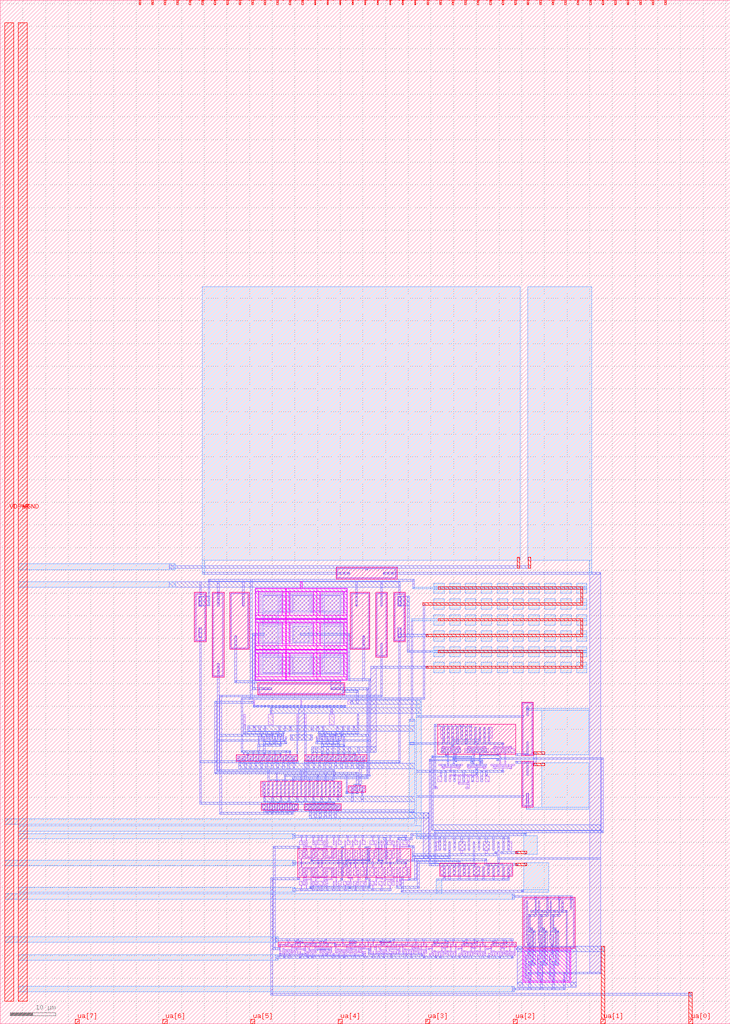
<source format=lef>
VERSION 5.7 ;
  NOWIREEXTENSIONATPIN ON ;
  DIVIDERCHAR "/" ;
  BUSBITCHARS "[]" ;
MACRO tt_um_jyblue1001_pll
  CLASS BLOCK ;
  FOREIGN tt_um_jyblue1001_pll ;
  ORIGIN 0.000 0.000 ;
  SIZE 161.000 BY 225.760 ;
  PIN clk
    DIRECTION INPUT ;
    USE SIGNAL ;
    PORT
      LAYER met4 ;
        RECT 143.830 224.760 144.130 225.760 ;
    END
  END clk
  PIN ena
    DIRECTION INPUT ;
    USE SIGNAL ;
    PORT
      LAYER met4 ;
        RECT 146.590 224.760 146.890 225.760 ;
    END
  END ena
  PIN rst_n
    DIRECTION INPUT ;
    USE SIGNAL ;
    PORT
      LAYER met4 ;
        RECT 141.070 224.760 141.370 225.760 ;
    END
  END rst_n
  PIN ua[0]
    DIRECTION INOUT ;
    USE SIGNAL ;
    ANTENNAGATEAREA 0.450000 ;
    PORT
      LAYER met4 ;
        RECT 151.810 0.000 152.710 1.000 ;
    END
  END ua[0]
  PIN ua[1]
    DIRECTION INOUT ;
    USE SIGNAL ;
    ANTENNAGATEAREA 0.705000 ;
    ANTENNADIFFAREA 1.200000 ;
    PORT
      LAYER met4 ;
        RECT 132.490 0.000 133.390 1.000 ;
    END
  END ua[1]
  PIN ua[2]
    DIRECTION INOUT ;
    USE SIGNAL ;
    PORT
      LAYER met4 ;
        RECT 113.170 0.000 114.070 1.000 ;
    END
  END ua[2]
  PIN ua[3]
    DIRECTION INOUT ;
    USE SIGNAL ;
    PORT
      LAYER met4 ;
        RECT 93.850 0.000 94.750 1.000 ;
    END
  END ua[3]
  PIN ua[4]
    DIRECTION INOUT ;
    USE SIGNAL ;
    PORT
      LAYER met4 ;
        RECT 74.530 0.000 75.430 1.000 ;
    END
  END ua[4]
  PIN ua[5]
    DIRECTION INOUT ;
    USE SIGNAL ;
    PORT
      LAYER met4 ;
        RECT 55.210 0.000 56.110 1.000 ;
    END
  END ua[5]
  PIN ua[6]
    DIRECTION INOUT ;
    USE SIGNAL ;
    PORT
      LAYER met4 ;
        RECT 35.890 0.000 36.790 1.000 ;
    END
  END ua[6]
  PIN ua[7]
    DIRECTION INOUT ;
    USE SIGNAL ;
    PORT
      LAYER met4 ;
        RECT 16.570 0.000 17.470 1.000 ;
    END
  END ua[7]
  PIN ui_in[0]
    DIRECTION INPUT ;
    USE SIGNAL ;
    PORT
      LAYER met4 ;
        RECT 138.310 224.760 138.610 225.760 ;
    END
  END ui_in[0]
  PIN ui_in[1]
    DIRECTION INPUT ;
    USE SIGNAL ;
    PORT
      LAYER met4 ;
        RECT 135.550 224.760 135.850 225.760 ;
    END
  END ui_in[1]
  PIN ui_in[2]
    DIRECTION INPUT ;
    USE SIGNAL ;
    PORT
      LAYER met4 ;
        RECT 132.790 224.760 133.090 225.760 ;
    END
  END ui_in[2]
  PIN ui_in[3]
    DIRECTION INPUT ;
    USE SIGNAL ;
    PORT
      LAYER met4 ;
        RECT 130.030 224.760 130.330 225.760 ;
    END
  END ui_in[3]
  PIN ui_in[4]
    DIRECTION INPUT ;
    USE SIGNAL ;
    PORT
      LAYER met4 ;
        RECT 127.270 224.760 127.570 225.760 ;
    END
  END ui_in[4]
  PIN ui_in[5]
    DIRECTION INPUT ;
    USE SIGNAL ;
    PORT
      LAYER met4 ;
        RECT 124.510 224.760 124.810 225.760 ;
    END
  END ui_in[5]
  PIN ui_in[6]
    DIRECTION INPUT ;
    USE SIGNAL ;
    PORT
      LAYER met4 ;
        RECT 121.750 224.760 122.050 225.760 ;
    END
  END ui_in[6]
  PIN ui_in[7]
    DIRECTION INPUT ;
    USE SIGNAL ;
    PORT
      LAYER met4 ;
        RECT 118.990 224.760 119.290 225.760 ;
    END
  END ui_in[7]
  PIN uio_in[0]
    DIRECTION INPUT ;
    USE SIGNAL ;
    PORT
      LAYER met4 ;
        RECT 116.230 224.760 116.530 225.760 ;
    END
  END uio_in[0]
  PIN uio_in[1]
    DIRECTION INPUT ;
    USE SIGNAL ;
    PORT
      LAYER met4 ;
        RECT 113.470 224.760 113.770 225.760 ;
    END
  END uio_in[1]
  PIN uio_in[2]
    DIRECTION INPUT ;
    USE SIGNAL ;
    PORT
      LAYER met4 ;
        RECT 110.710 224.760 111.010 225.760 ;
    END
  END uio_in[2]
  PIN uio_in[3]
    DIRECTION INPUT ;
    USE SIGNAL ;
    PORT
      LAYER met4 ;
        RECT 107.950 224.760 108.250 225.760 ;
    END
  END uio_in[3]
  PIN uio_in[4]
    DIRECTION INPUT ;
    USE SIGNAL ;
    PORT
      LAYER met4 ;
        RECT 105.190 224.760 105.490 225.760 ;
    END
  END uio_in[4]
  PIN uio_in[5]
    DIRECTION INPUT ;
    USE SIGNAL ;
    PORT
      LAYER met4 ;
        RECT 102.430 224.760 102.730 225.760 ;
    END
  END uio_in[5]
  PIN uio_in[6]
    DIRECTION INPUT ;
    USE SIGNAL ;
    PORT
      LAYER met4 ;
        RECT 99.670 224.760 99.970 225.760 ;
    END
  END uio_in[6]
  PIN uio_in[7]
    DIRECTION INPUT ;
    USE SIGNAL ;
    PORT
      LAYER met4 ;
        RECT 96.910 224.760 97.210 225.760 ;
    END
  END uio_in[7]
  PIN uio_oe[0]
    DIRECTION OUTPUT ;
    USE SIGNAL ;
    PORT
      LAYER met4 ;
        RECT 49.990 224.760 50.290 225.760 ;
    END
  END uio_oe[0]
  PIN uio_oe[1]
    DIRECTION OUTPUT ;
    USE SIGNAL ;
    PORT
      LAYER met4 ;
        RECT 47.230 224.760 47.530 225.760 ;
    END
  END uio_oe[1]
  PIN uio_oe[2]
    DIRECTION OUTPUT ;
    USE SIGNAL ;
    PORT
      LAYER met4 ;
        RECT 44.470 224.760 44.770 225.760 ;
    END
  END uio_oe[2]
  PIN uio_oe[3]
    DIRECTION OUTPUT ;
    USE SIGNAL ;
    PORT
      LAYER met4 ;
        RECT 41.710 224.760 42.010 225.760 ;
    END
  END uio_oe[3]
  PIN uio_oe[4]
    DIRECTION OUTPUT ;
    USE SIGNAL ;
    PORT
      LAYER met4 ;
        RECT 38.950 224.760 39.250 225.760 ;
    END
  END uio_oe[4]
  PIN uio_oe[5]
    DIRECTION OUTPUT ;
    USE SIGNAL ;
    PORT
      LAYER met4 ;
        RECT 36.190 224.760 36.490 225.760 ;
    END
  END uio_oe[5]
  PIN uio_oe[6]
    DIRECTION OUTPUT ;
    USE SIGNAL ;
    PORT
      LAYER met4 ;
        RECT 33.430 224.760 33.730 225.760 ;
    END
  END uio_oe[6]
  PIN uio_oe[7]
    DIRECTION OUTPUT ;
    USE SIGNAL ;
    PORT
      LAYER met4 ;
        RECT 30.670 224.760 30.970 225.760 ;
    END
  END uio_oe[7]
  PIN uio_out[0]
    DIRECTION OUTPUT ;
    USE SIGNAL ;
    PORT
      LAYER met4 ;
        RECT 72.070 224.760 72.370 225.760 ;
    END
  END uio_out[0]
  PIN uio_out[1]
    DIRECTION OUTPUT ;
    USE SIGNAL ;
    PORT
      LAYER met4 ;
        RECT 69.310 224.760 69.610 225.760 ;
    END
  END uio_out[1]
  PIN uio_out[2]
    DIRECTION OUTPUT ;
    USE SIGNAL ;
    PORT
      LAYER met4 ;
        RECT 66.550 224.760 66.850 225.760 ;
    END
  END uio_out[2]
  PIN uio_out[3]
    DIRECTION OUTPUT ;
    USE SIGNAL ;
    PORT
      LAYER met4 ;
        RECT 63.790 224.760 64.090 225.760 ;
    END
  END uio_out[3]
  PIN uio_out[4]
    DIRECTION OUTPUT ;
    USE SIGNAL ;
    PORT
      LAYER met4 ;
        RECT 61.030 224.760 61.330 225.760 ;
    END
  END uio_out[4]
  PIN uio_out[5]
    DIRECTION OUTPUT ;
    USE SIGNAL ;
    PORT
      LAYER met4 ;
        RECT 58.270 224.760 58.570 225.760 ;
    END
  END uio_out[5]
  PIN uio_out[6]
    DIRECTION OUTPUT ;
    USE SIGNAL ;
    PORT
      LAYER met4 ;
        RECT 55.510 224.760 55.810 225.760 ;
    END
  END uio_out[6]
  PIN uio_out[7]
    DIRECTION OUTPUT ;
    USE SIGNAL ;
    PORT
      LAYER met4 ;
        RECT 52.750 224.760 53.050 225.760 ;
    END
  END uio_out[7]
  PIN uo_out[0]
    DIRECTION OUTPUT ;
    USE SIGNAL ;
    PORT
      LAYER met4 ;
        RECT 94.150 224.760 94.450 225.760 ;
    END
  END uo_out[0]
  PIN uo_out[1]
    DIRECTION OUTPUT ;
    USE SIGNAL ;
    PORT
      LAYER met4 ;
        RECT 91.390 224.760 91.690 225.760 ;
    END
  END uo_out[1]
  PIN uo_out[2]
    DIRECTION OUTPUT ;
    USE SIGNAL ;
    PORT
      LAYER met4 ;
        RECT 88.630 224.760 88.930 225.760 ;
    END
  END uo_out[2]
  PIN uo_out[3]
    DIRECTION OUTPUT ;
    USE SIGNAL ;
    PORT
      LAYER met4 ;
        RECT 85.870 224.760 86.170 225.760 ;
    END
  END uo_out[3]
  PIN uo_out[4]
    DIRECTION OUTPUT ;
    USE SIGNAL ;
    PORT
      LAYER met4 ;
        RECT 83.110 224.760 83.410 225.760 ;
    END
  END uo_out[4]
  PIN uo_out[5]
    DIRECTION OUTPUT ;
    USE SIGNAL ;
    PORT
      LAYER met4 ;
        RECT 80.350 224.760 80.650 225.760 ;
    END
  END uo_out[5]
  PIN uo_out[6]
    DIRECTION OUTPUT ;
    USE SIGNAL ;
    PORT
      LAYER met4 ;
        RECT 77.590 224.760 77.890 225.760 ;
    END
  END uo_out[6]
  PIN uo_out[7]
    DIRECTION OUTPUT ;
    USE SIGNAL ;
    PORT
      LAYER met4 ;
        RECT 74.830 224.760 75.130 225.760 ;
    END
  END uo_out[7]
  PIN VDPWR
    DIRECTION INOUT ;
    USE POWER ;
    PORT
      LAYER met4 ;
        RECT 1.000 5.000 3.000 220.760 ;
    END
  END VDPWR
  PIN VGND
    DIRECTION INOUT ;
    USE GROUND ;
    PORT
      LAYER met4 ;
        RECT 4.000 5.000 6.000 220.760 ;
    END
  END VGND
  OBS
      LAYER nwell ;
        RECT 74.085 98.045 87.515 100.665 ;
      LAYER pwell ;
        RECT 66.200 96.050 66.600 97.450 ;
        RECT 56.250 95.285 62.950 96.050 ;
      LAYER nwell ;
        RECT 42.835 84.285 45.455 95.125 ;
        RECT 46.735 76.435 49.355 95.155 ;
        RECT 50.635 82.555 54.915 95.165 ;
      LAYER pwell ;
        RECT 56.250 90.115 57.015 95.285 ;
        RECT 62.185 90.115 62.950 95.285 ;
        RECT 56.250 89.350 62.950 90.115 ;
        RECT 63.050 95.285 69.750 96.050 ;
        RECT 63.050 90.115 63.815 95.285 ;
        RECT 68.985 90.115 69.750 95.285 ;
        RECT 63.050 89.350 69.750 90.115 ;
        RECT 69.850 95.285 76.550 96.050 ;
        RECT 69.850 90.115 70.615 95.285 ;
        RECT 75.785 90.115 76.550 95.285 ;
        RECT 69.850 89.350 76.550 90.115 ;
        RECT 56.250 88.485 62.950 89.250 ;
        RECT 56.250 83.315 57.015 88.485 ;
        RECT 62.185 83.315 62.950 88.485 ;
        RECT 56.250 82.550 62.950 83.315 ;
        RECT 63.050 88.485 69.750 89.250 ;
        RECT 63.050 83.315 63.815 88.485 ;
        RECT 68.985 83.315 69.750 88.485 ;
        RECT 63.050 82.550 69.750 83.315 ;
        RECT 69.850 88.485 76.550 89.250 ;
        RECT 69.850 83.315 70.615 88.485 ;
        RECT 75.785 83.315 76.550 88.485 ;
        RECT 69.850 82.550 76.550 83.315 ;
      LAYER nwell ;
        RECT 77.235 82.555 81.515 95.165 ;
      LAYER pwell ;
        RECT 56.250 81.685 62.950 82.450 ;
        RECT 56.250 76.515 57.015 81.685 ;
        RECT 62.185 76.515 62.950 81.685 ;
        RECT 56.250 75.750 62.950 76.515 ;
        RECT 63.050 81.685 69.750 82.450 ;
        RECT 63.050 76.515 63.815 81.685 ;
        RECT 68.985 76.515 69.750 81.685 ;
        RECT 63.050 75.750 69.750 76.515 ;
        RECT 69.850 81.685 76.550 82.450 ;
        RECT 69.850 76.515 70.615 81.685 ;
        RECT 75.785 76.515 76.550 81.685 ;
      LAYER nwell ;
        RECT 82.785 80.885 85.405 95.155 ;
        RECT 86.735 84.285 89.355 95.125 ;
      LAYER pwell ;
        RECT 69.850 75.750 76.550 76.515 ;
      LAYER nwell ;
        RECT 56.835 72.585 75.945 75.205 ;
        RECT 96.500 59.450 113.700 66.000 ;
        RECT 52.000 57.900 65.650 59.300 ;
        RECT 67.150 57.900 80.800 59.300 ;
        RECT 114.985 59.135 117.605 70.955 ;
        RECT 57.500 50.100 75.300 53.500 ;
        RECT 76.800 51.100 80.650 52.500 ;
        RECT 57.550 47.100 65.750 48.500 ;
        RECT 67.050 47.100 75.250 48.500 ;
        RECT 114.985 47.785 117.605 57.855 ;
        RECT 65.650 32.350 90.550 38.550 ;
        RECT 96.950 32.500 113.050 35.400 ;
        RECT 61.300 16.950 113.850 18.000 ;
        RECT 115.250 16.700 126.800 27.850 ;
      LAYER pwell ;
        RECT 115.250 9.200 125.850 16.300 ;
      LAYER li1 ;
        RECT 80.600 100.485 81.000 100.500 ;
        RECT 74.265 100.315 87.335 100.485 ;
        RECT 74.265 98.395 74.435 100.315 ;
        RECT 80.600 100.100 81.000 100.315 ;
        RECT 74.960 99.180 77.120 99.530 ;
        RECT 84.480 99.180 86.640 99.530 ;
        RECT 87.165 98.395 87.335 100.315 ;
        RECT 74.265 98.225 87.335 98.395 ;
        RECT 62.800 95.920 63.200 95.950 ;
        RECT 66.200 95.920 66.600 97.450 ;
        RECT 69.600 95.920 70.000 95.950 ;
        RECT 56.380 95.425 76.420 95.920 ;
        RECT 43.950 94.945 44.350 95.050 ;
        RECT 47.850 94.975 48.250 95.100 ;
        RECT 53.400 94.985 53.800 95.150 ;
        RECT 43.015 94.775 45.275 94.945 ;
        RECT 43.015 84.635 43.185 94.775 ;
        RECT 43.950 94.650 44.350 94.775 ;
        RECT 43.800 92.090 44.490 94.250 ;
        RECT 43.800 85.160 44.490 87.320 ;
        RECT 45.105 84.635 45.275 94.775 ;
        RECT 43.015 84.465 45.275 84.635 ;
        RECT 46.915 94.805 49.175 94.975 ;
        RECT 46.915 76.785 47.085 94.805 ;
        RECT 47.850 94.700 48.250 94.805 ;
        RECT 47.870 92.120 48.220 94.280 ;
        RECT 47.870 77.310 48.220 79.470 ;
        RECT 49.005 76.785 49.175 94.805 ;
        RECT 50.815 94.815 54.735 94.985 ;
        RECT 50.815 82.905 50.985 94.815 ;
        RECT 53.400 94.750 53.800 94.815 ;
        RECT 53.430 92.130 53.780 94.290 ;
        RECT 51.770 83.430 52.120 85.590 ;
        RECT 54.565 82.905 54.735 94.815 ;
        RECT 56.380 90.700 56.875 95.425 ;
        RECT 57.195 94.745 62.005 95.105 ;
        RECT 57.195 90.700 57.555 94.745 ;
        RECT 57.865 90.965 61.335 94.435 ;
        RECT 61.645 90.700 62.005 94.745 ;
        RECT 62.325 90.700 63.675 95.425 ;
        RECT 63.995 94.745 68.805 95.105 ;
        RECT 63.995 90.700 64.355 94.745 ;
        RECT 64.665 90.965 68.135 94.435 ;
        RECT 68.445 90.700 68.805 94.745 ;
        RECT 69.125 90.700 70.475 95.425 ;
        RECT 70.795 94.745 75.605 95.105 ;
        RECT 70.795 90.700 71.155 94.745 ;
        RECT 71.465 90.965 74.935 94.435 ;
        RECT 75.245 90.700 75.605 94.745 ;
        RECT 75.925 90.700 76.420 95.425 ;
        RECT 78.350 94.985 78.750 95.150 ;
        RECT 77.415 94.815 81.335 94.985 ;
        RECT 83.900 94.975 84.300 95.150 ;
        RECT 56.350 89.450 76.450 90.700 ;
        RECT 62.800 89.120 63.200 89.450 ;
        RECT 69.600 89.120 70.000 89.450 ;
        RECT 56.380 88.625 76.420 89.120 ;
        RECT 56.380 83.900 56.875 88.625 ;
        RECT 57.195 87.945 62.005 88.305 ;
        RECT 57.195 83.900 57.555 87.945 ;
        RECT 57.865 84.165 61.335 87.635 ;
        RECT 61.645 83.900 62.005 87.945 ;
        RECT 62.325 83.900 63.675 88.625 ;
        RECT 63.995 87.945 68.805 88.305 ;
        RECT 63.995 83.900 64.355 87.945 ;
        RECT 64.665 84.165 68.135 87.635 ;
        RECT 68.445 83.900 68.805 87.945 ;
        RECT 69.125 83.900 70.475 88.625 ;
        RECT 70.795 87.945 75.605 88.305 ;
        RECT 70.795 83.900 71.155 87.945 ;
        RECT 71.465 84.165 74.935 87.635 ;
        RECT 75.245 83.900 75.605 87.945 ;
        RECT 75.925 83.900 76.420 88.625 ;
        RECT 50.815 82.735 54.735 82.905 ;
        RECT 56.350 82.650 76.450 83.900 ;
        RECT 77.415 82.905 77.585 94.815 ;
        RECT 78.350 94.750 78.750 94.815 ;
        RECT 78.370 92.130 78.720 94.290 ;
        RECT 80.030 83.430 80.380 85.590 ;
        RECT 81.165 82.905 81.335 94.815 ;
        RECT 77.415 82.735 81.335 82.905 ;
        RECT 82.965 94.805 85.225 94.975 ;
        RECT 87.850 94.945 88.250 95.050 ;
        RECT 62.800 82.320 63.200 82.650 ;
        RECT 69.600 82.320 70.000 82.650 ;
        RECT 56.380 81.825 76.420 82.320 ;
        RECT 56.380 77.100 56.875 81.825 ;
        RECT 57.195 81.145 62.005 81.505 ;
        RECT 57.195 77.100 57.555 81.145 ;
        RECT 57.865 77.365 61.335 80.835 ;
        RECT 61.645 77.100 62.005 81.145 ;
        RECT 62.325 77.100 63.675 81.825 ;
        RECT 63.995 81.145 68.805 81.505 ;
        RECT 63.995 77.100 64.355 81.145 ;
        RECT 64.665 77.365 68.135 80.835 ;
        RECT 68.445 77.100 68.805 81.145 ;
        RECT 69.125 77.100 70.475 81.825 ;
        RECT 70.795 81.145 75.605 81.505 ;
        RECT 70.795 77.100 71.155 81.145 ;
        RECT 71.465 77.365 74.935 80.835 ;
        RECT 75.245 77.100 75.605 81.145 ;
        RECT 75.925 77.100 76.420 81.825 ;
        RECT 82.965 81.235 83.135 94.805 ;
        RECT 83.900 94.750 84.300 94.805 ;
        RECT 83.920 92.120 84.270 94.280 ;
        RECT 83.920 81.760 84.270 83.920 ;
        RECT 85.055 81.235 85.225 94.805 ;
        RECT 86.915 94.775 89.175 94.945 ;
        RECT 86.915 84.635 87.085 94.775 ;
        RECT 87.850 94.650 88.250 94.775 ;
        RECT 87.700 92.090 88.390 94.250 ;
        RECT 87.700 85.160 88.390 87.320 ;
        RECT 89.005 84.635 89.175 94.775 ;
        RECT 86.915 84.465 89.175 84.635 ;
        RECT 82.965 81.065 85.225 81.235 ;
        RECT 46.915 76.615 49.175 76.785 ;
        RECT 56.350 75.850 76.450 77.100 ;
        RECT 57.015 74.855 75.765 75.025 ;
        RECT 57.015 72.935 57.185 74.855 ;
        RECT 57.710 73.720 59.870 74.070 ;
        RECT 72.910 73.720 75.070 74.070 ;
        RECT 75.595 73.550 75.765 74.855 ;
        RECT 75.500 73.150 75.900 73.550 ;
        RECT 75.595 72.935 75.765 73.150 ;
        RECT 57.015 72.765 75.765 72.935 ;
        RECT 55.850 71.100 56.150 71.350 ;
        RECT 55.400 70.700 56.150 71.100 ;
        RECT 55.850 70.450 56.150 70.700 ;
        RECT 66.250 70.450 66.550 71.350 ;
        RECT 76.650 71.300 77.350 71.350 ;
        RECT 76.650 70.500 77.750 71.300 ;
        RECT 115.165 70.605 117.425 70.775 ;
        RECT 76.650 70.450 77.350 70.500 ;
        RECT 55.900 70.250 56.100 70.450 ;
        RECT 66.300 70.250 66.500 70.450 ;
        RECT 55.800 69.850 56.200 70.250 ;
        RECT 56.600 69.850 57.000 70.250 ;
        RECT 57.400 69.850 57.800 70.250 ;
        RECT 58.200 69.850 58.600 70.250 ;
        RECT 59.000 69.850 59.400 70.250 ;
        RECT 59.800 69.850 60.200 70.250 ;
        RECT 60.600 69.850 61.000 70.250 ;
        RECT 61.400 69.850 61.800 70.250 ;
        RECT 62.200 69.850 62.600 70.250 ;
        RECT 63.000 69.850 63.400 70.250 ;
        RECT 63.800 69.850 64.200 70.250 ;
        RECT 64.600 69.850 65.000 70.250 ;
        RECT 65.400 69.850 65.800 70.250 ;
        RECT 66.200 69.850 66.600 70.250 ;
        RECT 67.000 69.850 67.400 70.250 ;
        RECT 67.800 69.850 68.200 70.250 ;
        RECT 68.600 69.850 69.000 70.250 ;
        RECT 69.400 69.850 69.800 70.250 ;
        RECT 70.200 69.850 70.600 70.250 ;
        RECT 71.000 69.850 71.400 70.250 ;
        RECT 71.800 69.850 72.200 70.250 ;
        RECT 72.600 69.850 73.000 70.250 ;
        RECT 73.400 69.850 73.800 70.250 ;
        RECT 74.200 69.850 74.600 70.250 ;
        RECT 75.000 69.850 75.400 70.250 ;
        RECT 75.800 69.850 76.200 70.250 ;
        RECT 59.500 68.300 59.900 68.900 ;
        RECT 72.900 68.300 73.300 68.900 ;
        RECT 53.750 65.900 54.050 68.300 ;
        RECT 59.150 65.900 60.250 68.300 ;
        RECT 53.700 65.500 54.100 65.900 ;
        RECT 54.600 65.300 55.000 65.700 ;
        RECT 55.800 65.300 56.200 65.700 ;
        RECT 57.000 65.300 57.400 65.700 ;
        RECT 58.200 65.300 58.600 65.700 ;
        RECT 61.400 65.300 61.800 65.700 ;
        RECT 62.600 65.300 63.000 65.700 ;
        RECT 63.800 65.300 64.200 65.700 ;
        RECT 65.350 65.450 65.650 68.300 ;
        RECT 67.150 65.450 67.450 68.300 ;
        RECT 72.550 65.900 73.650 68.300 ;
        RECT 78.750 65.900 79.050 68.300 ;
        RECT 115.165 67.950 115.335 70.605 ;
        RECT 115.050 67.550 115.450 67.950 ;
        RECT 116.120 67.920 116.470 70.080 ;
        RECT 68.600 65.300 69.000 65.700 ;
        RECT 69.800 65.300 70.200 65.700 ;
        RECT 71.000 65.300 71.400 65.700 ;
        RECT 74.200 65.300 74.600 65.700 ;
        RECT 75.400 65.300 75.800 65.700 ;
        RECT 76.600 65.300 77.000 65.700 ;
        RECT 77.800 65.300 78.200 65.700 ;
        RECT 101.600 65.600 102.000 66.000 ;
        RECT 103.600 65.600 104.000 66.000 ;
        RECT 57.155 63.450 57.445 63.800 ;
        RECT 58.955 63.450 59.245 63.800 ;
        RECT 59.555 63.450 59.845 63.800 ;
        RECT 61.355 63.450 61.645 63.800 ;
        RECT 61.955 63.450 62.245 63.800 ;
        RECT 56.850 62.850 57.150 63.250 ;
        RECT 57.450 62.850 57.750 63.250 ;
        RECT 58.050 62.850 58.350 63.250 ;
        RECT 58.650 62.850 58.950 63.250 ;
        RECT 59.250 62.850 59.550 63.250 ;
        RECT 59.850 62.850 60.150 63.250 ;
        RECT 60.450 62.850 60.750 63.250 ;
        RECT 61.050 62.850 61.350 63.250 ;
        RECT 61.650 62.850 61.950 63.250 ;
        RECT 62.250 62.850 62.550 63.250 ;
        RECT 62.850 62.850 63.150 63.250 ;
        RECT 57.660 62.300 57.950 62.650 ;
        RECT 58.450 62.300 58.740 62.650 ;
        RECT 60.070 62.300 60.360 62.650 ;
        RECT 60.840 62.300 61.130 62.650 ;
        RECT 62.460 62.300 62.750 62.650 ;
        RECT 64.000 62.500 64.400 63.700 ;
        RECT 68.400 62.500 68.800 63.700 ;
        RECT 70.555 63.450 70.845 63.800 ;
        RECT 71.155 63.450 71.445 63.800 ;
        RECT 72.955 63.450 73.245 63.800 ;
        RECT 73.555 63.450 73.845 63.800 ;
        RECT 75.355 63.450 75.645 63.800 ;
        RECT 69.650 62.850 69.950 63.250 ;
        RECT 70.250 62.850 70.550 63.250 ;
        RECT 70.850 62.850 71.150 63.250 ;
        RECT 71.450 62.850 71.750 63.250 ;
        RECT 72.050 62.850 72.350 63.250 ;
        RECT 72.650 62.850 72.950 63.250 ;
        RECT 73.250 62.850 73.550 63.250 ;
        RECT 73.850 62.850 74.150 63.250 ;
        RECT 74.450 62.850 74.750 63.250 ;
        RECT 75.050 62.850 75.350 63.250 ;
        RECT 75.650 62.850 75.950 63.250 ;
        RECT 97.100 63.000 98.000 65.400 ;
        RECT 98.600 63.000 99.000 65.400 ;
        RECT 99.600 63.000 100.000 65.400 ;
        RECT 100.600 63.000 101.000 65.400 ;
        RECT 101.600 63.000 102.000 65.400 ;
        RECT 102.600 63.000 103.000 65.400 ;
        RECT 103.600 63.000 104.000 65.400 ;
        RECT 104.600 63.000 105.000 65.400 ;
        RECT 105.600 63.000 106.000 65.400 ;
        RECT 106.600 63.000 107.000 65.400 ;
        RECT 107.600 63.000 108.500 65.400 ;
        RECT 70.050 62.300 70.340 62.650 ;
        RECT 71.670 62.300 71.960 62.650 ;
        RECT 72.440 62.300 72.730 62.650 ;
        RECT 74.060 62.300 74.350 62.650 ;
        RECT 74.850 62.300 75.140 62.650 ;
        RECT 97.600 62.400 98.000 63.000 ;
        RECT 107.600 62.400 108.000 62.800 ;
        RECT 105.000 61.600 105.400 62.000 ;
        RECT 110.600 61.600 111.000 62.000 ;
        RECT 97.550 61.050 97.950 61.250 ;
        RECT 99.600 61.050 100.000 61.450 ;
        RECT 100.850 61.050 101.250 61.250 ;
        RECT 103.250 61.050 103.650 61.250 ;
        RECT 105.000 61.050 105.200 61.600 ;
        RECT 106.550 61.050 106.950 61.250 ;
        RECT 108.950 61.050 109.350 61.250 ;
        RECT 110.700 61.050 110.900 61.600 ;
        RECT 112.250 61.050 112.650 61.250 ;
        RECT 97.350 60.850 101.450 61.050 ;
        RECT 97.350 60.650 97.550 60.850 ;
        RECT 98.000 60.650 98.200 60.850 ;
        RECT 99.300 60.650 99.500 60.850 ;
        RECT 100.600 60.650 100.800 60.850 ;
        RECT 101.250 60.650 101.450 60.850 ;
        RECT 103.050 60.850 107.150 61.050 ;
        RECT 103.050 60.650 103.250 60.850 ;
        RECT 103.700 60.650 103.900 60.850 ;
        RECT 105.000 60.650 105.200 60.850 ;
        RECT 106.300 60.650 106.500 60.850 ;
        RECT 106.950 60.650 107.150 60.850 ;
        RECT 108.750 60.850 112.850 61.050 ;
        RECT 108.750 60.650 108.950 60.850 ;
        RECT 109.400 60.650 109.600 60.850 ;
        RECT 110.700 60.650 110.900 60.850 ;
        RECT 112.000 60.650 112.200 60.850 ;
        RECT 112.650 60.650 112.850 60.850 ;
        RECT 97.250 59.750 97.650 60.650 ;
        RECT 97.900 59.750 98.300 60.650 ;
        RECT 98.550 59.750 98.950 60.650 ;
        RECT 99.200 59.750 99.600 60.650 ;
        RECT 99.850 59.750 100.250 60.650 ;
        RECT 100.500 59.750 100.950 60.650 ;
        RECT 101.150 59.750 101.550 60.650 ;
        RECT 102.450 59.750 103.350 60.650 ;
        RECT 103.600 59.750 104.000 60.650 ;
        RECT 104.250 59.750 104.650 60.650 ;
        RECT 104.900 59.750 105.300 60.650 ;
        RECT 105.550 59.750 105.950 60.650 ;
        RECT 106.200 59.750 106.600 60.650 ;
        RECT 106.850 59.750 107.750 60.650 ;
        RECT 108.150 59.750 109.050 60.650 ;
        RECT 109.300 59.750 109.700 60.650 ;
        RECT 109.950 59.750 110.350 60.650 ;
        RECT 110.600 59.750 111.000 60.650 ;
        RECT 111.250 59.750 111.650 60.650 ;
        RECT 111.900 59.750 112.300 60.650 ;
        RECT 112.550 59.750 113.450 60.650 ;
        RECT 53.550 59.300 53.850 59.700 ;
        RECT 54.400 59.250 54.800 59.650 ;
        RECT 56.850 59.250 57.150 59.650 ;
        RECT 58.000 59.250 58.400 59.650 ;
        RECT 60.450 59.250 60.750 59.650 ;
        RECT 61.600 59.250 62.000 59.650 ;
        RECT 63.750 59.250 64.050 59.650 ;
        RECT 68.750 59.250 69.050 59.650 ;
        RECT 70.800 59.250 71.200 59.650 ;
        RECT 72.050 59.250 72.350 59.650 ;
        RECT 74.400 59.250 74.800 59.650 ;
        RECT 75.650 59.250 75.950 59.650 ;
        RECT 78.000 59.250 78.400 59.650 ;
        RECT 78.950 59.300 79.250 59.700 ;
        RECT 98.100 59.150 98.500 59.550 ;
        RECT 100.300 59.150 100.700 59.550 ;
        RECT 104.250 59.100 104.650 59.500 ;
        RECT 109.500 59.150 109.900 59.550 ;
        RECT 52.250 58.150 52.950 59.050 ;
        RECT 53.250 58.150 53.550 59.050 ;
        RECT 53.850 58.150 54.150 59.050 ;
        RECT 54.450 58.150 54.750 59.050 ;
        RECT 55.050 58.150 55.350 59.050 ;
        RECT 55.650 58.150 55.950 59.050 ;
        RECT 56.250 58.150 56.550 59.050 ;
        RECT 56.850 58.150 57.150 59.050 ;
        RECT 57.450 58.150 57.750 59.050 ;
        RECT 58.050 58.150 58.350 59.050 ;
        RECT 58.650 58.150 58.950 59.050 ;
        RECT 59.250 58.150 59.550 59.050 ;
        RECT 59.850 58.150 60.150 59.050 ;
        RECT 60.450 58.150 60.750 59.050 ;
        RECT 61.050 58.150 61.350 59.050 ;
        RECT 61.650 58.150 61.950 59.050 ;
        RECT 62.250 58.150 62.550 59.050 ;
        RECT 62.850 58.150 63.150 59.050 ;
        RECT 63.450 58.150 63.750 59.050 ;
        RECT 64.050 58.150 64.350 59.050 ;
        RECT 64.650 58.150 65.350 59.050 ;
        RECT 67.450 58.150 68.150 59.050 ;
        RECT 68.450 58.150 68.750 59.050 ;
        RECT 69.050 58.150 69.350 59.050 ;
        RECT 69.650 58.150 69.950 59.050 ;
        RECT 70.250 58.150 70.550 59.050 ;
        RECT 70.850 58.150 71.150 59.050 ;
        RECT 71.450 58.150 71.750 59.050 ;
        RECT 72.050 58.150 72.350 59.050 ;
        RECT 72.650 58.150 72.950 59.050 ;
        RECT 73.250 58.150 73.550 59.050 ;
        RECT 73.850 58.150 74.150 59.050 ;
        RECT 74.450 58.150 74.750 59.050 ;
        RECT 75.050 58.150 75.350 59.050 ;
        RECT 75.650 58.150 75.950 59.050 ;
        RECT 76.250 58.150 76.550 59.050 ;
        RECT 76.850 58.150 77.150 59.050 ;
        RECT 77.450 58.150 77.750 59.050 ;
        RECT 78.050 58.150 78.350 59.050 ;
        RECT 78.650 58.150 78.950 59.050 ;
        RECT 79.250 58.150 79.550 59.050 ;
        RECT 79.850 58.150 80.550 59.050 ;
        RECT 110.150 58.700 110.350 59.750 ;
        RECT 111.250 58.700 111.450 59.750 ;
        RECT 113.700 59.150 114.100 59.550 ;
        RECT 115.165 59.485 115.335 67.550 ;
        RECT 116.120 60.010 116.470 62.170 ;
        RECT 117.255 59.485 117.425 70.605 ;
        RECT 115.165 59.315 117.425 59.485 ;
        RECT 109.500 58.050 109.900 58.450 ;
        RECT 110.150 58.300 110.550 58.700 ;
        RECT 111.150 58.300 111.550 58.700 ;
        RECT 117.800 58.300 118.200 58.700 ;
        RECT 52.650 57.550 52.950 57.950 ;
        RECT 64.650 57.550 64.950 57.950 ;
        RECT 67.850 57.550 68.150 57.950 ;
        RECT 79.850 57.550 80.150 57.950 ;
        RECT 98.550 57.450 98.950 57.850 ;
        RECT 103.800 57.450 104.200 57.850 ;
        RECT 106.000 57.450 106.400 57.850 ;
        RECT 110.150 57.250 110.350 58.300 ;
        RECT 111.250 57.250 111.450 58.300 ;
        RECT 113.700 57.450 114.100 57.850 ;
        RECT 115.165 57.505 117.425 57.675 ;
        RECT 96.750 56.850 97.650 57.250 ;
        RECT 97.900 56.850 98.300 57.250 ;
        RECT 98.550 56.850 98.950 57.250 ;
        RECT 99.200 56.850 99.600 57.250 ;
        RECT 99.850 56.850 100.250 57.250 ;
        RECT 100.500 56.850 100.900 57.250 ;
        RECT 101.150 56.850 102.050 57.250 ;
        RECT 102.950 56.850 103.350 57.250 ;
        RECT 103.600 56.850 104.000 57.250 ;
        RECT 104.250 56.850 104.650 57.250 ;
        RECT 104.900 56.850 105.300 57.250 ;
        RECT 105.550 56.850 105.950 57.250 ;
        RECT 106.200 56.850 106.600 57.250 ;
        RECT 106.850 56.850 107.250 57.250 ;
        RECT 108.150 56.850 109.050 57.250 ;
        RECT 109.300 56.850 109.700 57.250 ;
        RECT 109.950 56.850 110.350 57.250 ;
        RECT 110.600 56.850 111.000 57.250 ;
        RECT 111.250 56.850 111.650 57.250 ;
        RECT 111.900 56.850 112.300 57.250 ;
        RECT 112.550 56.850 113.450 57.250 ;
        RECT 97.350 56.650 97.550 56.850 ;
        RECT 98.000 56.650 98.200 56.850 ;
        RECT 99.300 56.650 99.500 56.850 ;
        RECT 100.600 56.650 100.800 56.850 ;
        RECT 101.250 56.650 101.450 56.850 ;
        RECT 97.350 56.450 101.450 56.650 ;
        RECT 103.050 56.650 103.250 56.850 ;
        RECT 103.700 56.650 103.900 56.850 ;
        RECT 105.000 56.650 105.200 56.850 ;
        RECT 106.300 56.650 106.500 56.850 ;
        RECT 106.950 56.650 107.150 56.850 ;
        RECT 103.050 56.450 107.150 56.650 ;
        RECT 108.750 56.650 108.950 56.850 ;
        RECT 109.400 56.650 109.600 56.850 ;
        RECT 110.700 56.650 110.900 56.850 ;
        RECT 112.000 56.650 112.200 56.850 ;
        RECT 112.650 56.650 112.850 56.850 ;
        RECT 97.550 56.200 98.000 56.450 ;
        RECT 99.300 55.900 99.500 56.450 ;
        RECT 100.800 56.200 101.250 56.450 ;
        RECT 103.250 56.250 103.650 56.450 ;
        RECT 104.900 56.050 105.300 56.450 ;
        RECT 106.550 56.250 106.950 56.450 ;
        RECT 108.750 56.400 112.850 56.650 ;
        RECT 108.950 56.250 109.350 56.400 ;
        RECT 110.700 55.900 110.900 56.400 ;
        RECT 112.250 56.250 112.650 56.400 ;
        RECT 99.200 55.500 99.600 55.900 ;
        RECT 110.600 55.500 111.000 55.900 ;
        RECT 97.000 54.750 97.400 55.150 ;
        RECT 104.900 54.950 105.300 55.350 ;
        RECT 99.100 54.750 105.300 54.950 ;
        RECT 107.000 54.750 107.400 55.150 ;
        RECT 97.100 54.550 97.300 54.750 ;
        RECT 99.100 54.550 99.300 54.750 ;
        RECT 105.100 54.550 105.300 54.750 ;
        RECT 107.100 54.550 107.300 54.750 ;
        RECT 59.500 53.450 59.850 53.850 ;
        RECT 60.350 53.450 60.750 53.850 ;
        RECT 61.250 53.450 61.650 53.850 ;
        RECT 62.150 53.450 62.550 53.850 ;
        RECT 63.050 53.450 63.450 53.850 ;
        RECT 63.950 53.450 64.350 53.850 ;
        RECT 64.850 53.450 65.250 53.850 ;
        RECT 65.750 53.450 66.100 53.850 ;
        RECT 66.700 53.450 67.050 53.850 ;
        RECT 67.550 53.450 67.950 53.850 ;
        RECT 68.450 53.450 68.850 53.850 ;
        RECT 69.350 53.450 69.750 53.850 ;
        RECT 70.250 53.450 70.650 53.850 ;
        RECT 71.150 53.450 71.550 53.850 ;
        RECT 72.050 53.450 72.450 53.850 ;
        RECT 72.950 53.450 73.300 53.850 ;
        RECT 96.500 53.400 97.400 54.550 ;
        RECT 98.000 53.400 98.400 54.550 ;
        RECT 99.000 53.400 99.400 54.550 ;
        RECT 100.000 53.400 100.400 54.550 ;
        RECT 101.000 53.400 101.400 54.550 ;
        RECT 102.000 53.400 102.400 54.550 ;
        RECT 103.000 53.400 103.400 54.550 ;
        RECT 104.000 53.400 104.400 54.550 ;
        RECT 105.000 53.400 105.400 54.550 ;
        RECT 106.000 53.400 106.400 54.550 ;
        RECT 107.000 53.400 107.900 54.550 ;
        RECT 57.750 50.350 58.450 53.250 ;
        RECT 59.050 50.350 59.350 53.250 ;
        RECT 59.950 50.350 60.250 53.250 ;
        RECT 60.850 50.350 61.150 53.250 ;
        RECT 61.750 50.350 62.050 53.250 ;
        RECT 62.650 50.350 62.950 53.250 ;
        RECT 63.550 50.350 63.850 53.250 ;
        RECT 64.450 50.350 64.750 53.250 ;
        RECT 65.350 50.350 65.650 53.250 ;
        RECT 66.250 50.350 66.550 53.250 ;
        RECT 67.150 50.350 67.450 53.250 ;
        RECT 68.050 50.350 68.350 53.250 ;
        RECT 68.950 50.350 69.250 53.250 ;
        RECT 69.850 50.350 70.150 53.250 ;
        RECT 70.750 50.350 71.050 53.250 ;
        RECT 71.650 50.350 71.950 53.250 ;
        RECT 72.550 50.350 72.850 53.250 ;
        RECT 73.450 50.350 73.750 53.250 ;
        RECT 74.350 50.350 75.050 53.250 ;
        RECT 101.100 53.200 101.300 53.400 ;
        RECT 103.100 53.200 103.300 53.400 ;
        RECT 77.950 52.450 78.350 52.850 ;
        RECT 78.550 52.450 78.950 52.850 ;
        RECT 79.150 52.450 79.550 52.850 ;
        RECT 101.000 52.800 103.400 53.200 ;
        RECT 77.050 51.350 77.800 52.250 ;
        RECT 78.050 51.350 78.350 52.250 ;
        RECT 78.600 51.350 78.900 52.250 ;
        RECT 79.150 51.350 79.450 52.250 ;
        RECT 79.700 51.350 80.400 52.250 ;
        RECT 95.700 52.200 96.300 52.250 ;
        RECT 102.950 52.200 103.400 52.800 ;
        RECT 95.700 51.870 96.470 52.200 ;
        RECT 102.670 51.870 103.400 52.200 ;
        RECT 95.700 51.850 96.300 51.870 ;
        RECT 102.800 51.850 103.400 51.870 ;
        RECT 77.450 50.750 77.850 51.150 ;
        RECT 78.550 50.750 78.950 51.150 ;
        RECT 79.700 50.750 80.000 51.150 ;
        RECT 58.200 50.150 58.400 50.350 ;
        RECT 60.000 50.150 60.200 50.350 ;
        RECT 61.800 50.150 62.000 50.350 ;
        RECT 63.600 50.150 63.800 50.350 ;
        RECT 65.400 50.150 65.600 50.350 ;
        RECT 67.200 50.150 67.400 50.350 ;
        RECT 69.000 50.150 69.200 50.350 ;
        RECT 70.800 50.150 71.000 50.350 ;
        RECT 72.600 50.150 72.800 50.350 ;
        RECT 74.400 50.150 74.600 50.350 ;
        RECT 115.165 50.300 115.335 57.505 ;
        RECT 116.120 54.820 116.470 56.980 ;
        RECT 58.100 49.750 58.500 50.150 ;
        RECT 59.900 49.750 60.300 50.150 ;
        RECT 61.700 49.750 62.100 50.150 ;
        RECT 63.500 49.750 63.900 50.150 ;
        RECT 65.300 49.750 65.700 50.150 ;
        RECT 67.100 49.750 67.500 50.150 ;
        RECT 68.900 49.750 69.300 50.150 ;
        RECT 70.700 49.750 71.100 50.150 ;
        RECT 72.500 49.750 72.900 50.150 ;
        RECT 74.300 49.750 74.700 50.150 ;
        RECT 115.050 49.900 115.450 50.300 ;
        RECT 59.030 48.450 59.320 48.800 ;
        RECT 59.580 48.450 59.870 48.800 ;
        RECT 60.130 48.450 60.420 48.800 ;
        RECT 60.680 48.450 60.970 48.800 ;
        RECT 61.230 48.450 61.520 48.800 ;
        RECT 61.780 48.450 62.070 48.800 ;
        RECT 62.330 48.450 62.620 48.800 ;
        RECT 62.880 48.450 63.170 48.800 ;
        RECT 63.430 48.450 63.720 48.800 ;
        RECT 63.980 48.450 64.270 48.800 ;
        RECT 68.530 48.450 68.820 48.800 ;
        RECT 69.080 48.450 69.370 48.800 ;
        RECT 69.630 48.450 69.920 48.800 ;
        RECT 70.180 48.450 70.470 48.800 ;
        RECT 70.730 48.450 71.020 48.800 ;
        RECT 71.280 48.450 71.570 48.800 ;
        RECT 71.830 48.450 72.120 48.800 ;
        RECT 72.380 48.450 72.670 48.800 ;
        RECT 72.930 48.450 73.220 48.800 ;
        RECT 73.480 48.450 73.770 48.800 ;
        RECT 57.800 47.350 58.500 48.250 ;
        RECT 58.750 47.350 59.050 48.250 ;
        RECT 59.300 47.350 59.600 48.250 ;
        RECT 59.850 47.350 60.150 48.250 ;
        RECT 60.400 47.350 60.700 48.250 ;
        RECT 60.950 47.350 61.250 48.250 ;
        RECT 61.500 47.350 61.800 48.250 ;
        RECT 62.050 47.350 62.350 48.250 ;
        RECT 62.600 47.350 62.900 48.250 ;
        RECT 63.150 47.350 63.450 48.250 ;
        RECT 63.700 47.350 64.000 48.250 ;
        RECT 64.250 47.350 64.550 48.250 ;
        RECT 64.800 47.350 65.500 48.250 ;
        RECT 67.300 47.350 68.000 48.250 ;
        RECT 68.250 47.350 68.550 48.250 ;
        RECT 68.800 47.350 69.100 48.250 ;
        RECT 69.350 47.350 69.650 48.250 ;
        RECT 69.900 47.350 70.200 48.250 ;
        RECT 70.450 47.350 70.750 48.250 ;
        RECT 71.000 47.350 71.300 48.250 ;
        RECT 71.550 47.350 71.850 48.250 ;
        RECT 72.100 47.350 72.400 48.250 ;
        RECT 72.650 47.350 72.950 48.250 ;
        RECT 73.200 47.350 73.500 48.250 ;
        RECT 73.750 47.350 74.050 48.250 ;
        RECT 74.300 47.350 75.000 48.250 ;
        RECT 115.165 48.135 115.335 49.900 ;
        RECT 116.120 48.660 116.470 50.820 ;
        RECT 117.255 48.135 117.425 57.505 ;
        RECT 115.165 47.965 117.425 48.135 ;
        RECT 58.150 46.750 58.550 47.150 ;
        RECT 64.750 46.750 65.150 47.150 ;
        RECT 67.650 46.750 68.050 47.150 ;
        RECT 74.250 46.750 74.650 47.150 ;
        RECT 66.250 41.150 66.650 41.550 ;
        RECT 67.350 41.150 67.750 41.550 ;
        RECT 68.850 41.150 69.250 41.550 ;
        RECT 70.000 41.150 70.400 41.550 ;
        RECT 70.750 41.150 71.150 41.550 ;
        RECT 71.850 41.150 72.250 41.550 ;
        RECT 73.350 41.150 73.750 41.550 ;
        RECT 74.450 41.150 74.850 41.550 ;
        RECT 76.450 41.150 76.850 41.550 ;
        RECT 78.100 41.150 78.500 41.550 ;
        RECT 79.750 41.150 80.150 41.550 ;
        RECT 81.950 41.150 82.350 41.550 ;
        RECT 85.850 41.150 86.250 41.550 ;
        RECT 89.250 41.150 89.650 41.550 ;
        RECT 115.450 41.450 116.000 42.000 ;
        RECT 66.350 40.400 66.550 41.150 ;
        RECT 67.450 40.400 67.650 41.150 ;
        RECT 68.950 40.400 69.150 41.150 ;
        RECT 70.100 40.400 70.300 41.150 ;
        RECT 70.850 40.400 71.050 41.150 ;
        RECT 71.950 40.400 72.150 41.150 ;
        RECT 73.450 40.400 73.650 41.150 ;
        RECT 74.550 40.400 74.750 41.150 ;
        RECT 76.550 40.400 76.750 41.150 ;
        RECT 78.200 40.400 78.400 41.150 ;
        RECT 79.850 40.400 80.050 41.150 ;
        RECT 82.050 40.400 82.250 41.150 ;
        RECT 84.500 40.600 84.900 41.000 ;
        RECT 85.950 40.400 86.150 41.150 ;
        RECT 87.650 40.600 88.050 41.000 ;
        RECT 89.350 40.400 89.550 41.150 ;
        RECT 65.900 39.500 66.600 40.400 ;
        RECT 66.850 39.500 67.150 40.400 ;
        RECT 67.400 39.500 67.700 40.400 ;
        RECT 68.900 39.500 69.200 40.400 ;
        RECT 69.450 39.500 69.750 40.400 ;
        RECT 70.000 39.500 71.100 40.400 ;
        RECT 71.350 39.500 71.650 40.400 ;
        RECT 71.900 39.500 72.200 40.400 ;
        RECT 73.400 39.500 73.700 40.400 ;
        RECT 73.950 39.500 74.250 40.400 ;
        RECT 74.500 39.500 75.200 40.400 ;
        RECT 75.950 39.500 76.250 40.400 ;
        RECT 76.500 39.500 77.200 40.400 ;
        RECT 77.600 39.500 77.900 40.400 ;
        RECT 78.150 39.500 78.850 40.400 ;
        RECT 79.250 39.500 79.550 40.400 ;
        RECT 79.800 39.500 80.500 40.400 ;
        RECT 81.450 39.500 82.350 40.400 ;
        RECT 82.600 39.500 83.000 40.400 ;
        RECT 83.900 39.500 84.300 40.400 ;
        RECT 84.550 39.500 84.950 40.400 ;
        RECT 85.350 39.500 86.250 40.400 ;
        RECT 86.500 39.500 86.900 40.400 ;
        RECT 87.300 39.500 87.700 40.400 ;
        RECT 87.950 39.500 88.350 40.400 ;
        RECT 88.750 39.500 89.650 40.400 ;
        RECT 89.900 39.500 90.300 40.400 ;
        RECT 96.700 40.350 97.100 40.750 ;
        RECT 111.900 40.350 112.300 40.750 ;
        RECT 65.650 38.700 66.050 39.100 ;
        RECT 66.850 38.700 67.050 39.500 ;
        RECT 67.300 39.100 67.700 39.300 ;
        RECT 67.300 38.900 68.700 39.100 ;
        RECT 66.850 38.500 67.650 38.700 ;
        RECT 67.450 38.300 67.650 38.500 ;
        RECT 65.900 36.400 66.600 38.300 ;
        RECT 66.850 36.400 67.150 38.300 ;
        RECT 67.400 36.650 67.700 38.300 ;
        RECT 67.900 36.650 68.300 36.800 ;
        RECT 67.400 36.400 68.300 36.650 ;
        RECT 68.500 36.600 68.700 38.900 ;
        RECT 69.500 38.700 69.700 39.500 ;
        RECT 68.950 38.500 69.700 38.700 ;
        RECT 69.900 38.700 70.300 38.900 ;
        RECT 71.350 38.700 71.550 39.500 ;
        RECT 71.800 39.100 72.200 39.300 ;
        RECT 71.800 38.900 73.200 39.100 ;
        RECT 69.900 38.500 72.150 38.700 ;
        RECT 68.950 38.300 69.150 38.500 ;
        RECT 71.950 38.300 72.150 38.500 ;
        RECT 68.900 36.600 69.200 38.300 ;
        RECT 68.500 36.400 69.200 36.600 ;
        RECT 69.450 36.400 69.750 38.300 ;
        RECT 70.000 36.400 71.100 38.300 ;
        RECT 71.350 36.400 71.650 38.300 ;
        RECT 71.900 36.650 72.200 38.300 ;
        RECT 72.400 36.650 72.800 36.800 ;
        RECT 71.900 36.400 72.800 36.650 ;
        RECT 73.000 36.600 73.200 38.900 ;
        RECT 74.000 38.700 74.200 39.500 ;
        RECT 75.950 39.050 76.150 39.500 ;
        RECT 77.600 39.050 77.800 39.500 ;
        RECT 79.250 39.050 79.450 39.500 ;
        RECT 73.450 38.500 74.200 38.700 ;
        RECT 75.250 38.650 76.150 39.050 ;
        RECT 77.300 38.650 77.800 39.050 ;
        RECT 78.950 38.650 79.450 39.050 ;
        RECT 80.400 38.650 80.800 39.050 ;
        RECT 81.150 38.700 81.550 39.100 ;
        RECT 82.700 38.700 82.900 39.500 ;
        RECT 84.000 38.700 84.200 39.500 ;
        RECT 73.450 38.300 73.650 38.500 ;
        RECT 75.950 38.300 76.150 38.650 ;
        RECT 77.600 38.300 77.800 38.650 ;
        RECT 79.250 38.300 79.450 38.650 ;
        RECT 82.700 38.500 84.200 38.700 ;
        RECT 82.700 38.300 82.900 38.500 ;
        RECT 84.000 38.300 84.200 38.500 ;
        RECT 84.650 38.950 84.850 39.500 ;
        RECT 86.700 39.350 86.900 39.500 ;
        RECT 86.700 39.000 87.100 39.350 ;
        RECT 84.650 38.550 85.150 38.950 ;
        RECT 84.650 38.300 84.850 38.550 ;
        RECT 86.700 38.300 86.900 39.000 ;
        RECT 87.400 38.300 87.600 39.500 ;
        RECT 88.050 39.100 88.250 39.500 ;
        RECT 90.000 39.300 90.200 39.500 ;
        RECT 90.000 39.100 90.400 39.300 ;
        RECT 88.050 38.900 90.400 39.100 ;
        RECT 88.050 38.300 88.250 38.900 ;
        RECT 73.400 36.600 73.700 38.300 ;
        RECT 73.000 36.400 73.700 36.600 ;
        RECT 73.950 36.400 74.250 38.300 ;
        RECT 74.500 36.400 75.200 38.300 ;
        RECT 75.950 36.400 76.250 38.300 ;
        RECT 76.500 36.400 77.200 38.300 ;
        RECT 77.600 36.400 77.900 38.300 ;
        RECT 78.150 36.400 78.850 38.300 ;
        RECT 79.250 36.400 79.550 38.300 ;
        RECT 79.800 36.400 80.500 38.300 ;
        RECT 81.450 36.400 82.350 38.300 ;
        RECT 82.600 36.400 83.000 38.300 ;
        RECT 83.900 36.400 84.300 38.300 ;
        RECT 84.550 36.400 84.950 38.300 ;
        RECT 85.350 36.400 86.250 38.300 ;
        RECT 86.500 36.400 86.900 38.300 ;
        RECT 87.300 36.400 87.700 38.300 ;
        RECT 87.950 36.400 88.350 38.300 ;
        RECT 96.200 38.250 97.100 40.150 ;
        RECT 97.800 38.250 98.200 40.150 ;
        RECT 98.900 37.700 99.300 40.150 ;
        RECT 100.000 38.250 100.400 40.150 ;
        RECT 101.100 38.250 102.500 40.150 ;
        RECT 103.200 38.250 103.600 40.150 ;
        RECT 104.300 38.250 104.700 40.150 ;
        RECT 105.400 38.250 105.800 40.150 ;
        RECT 106.500 38.250 107.900 40.150 ;
        RECT 108.600 38.250 109.000 40.150 ;
        RECT 109.700 38.250 110.100 40.150 ;
        RECT 110.800 38.250 111.200 40.150 ;
        RECT 111.900 38.250 112.800 40.150 ;
        RECT 101.600 37.650 102.000 38.250 ;
        RECT 107.000 37.650 107.400 38.250 ;
        RECT 109.050 37.500 109.450 37.900 ;
        RECT 110.350 37.500 110.750 37.900 ;
        RECT 113.700 37.500 114.250 38.050 ;
        RECT 66.350 35.650 66.550 36.400 ;
        RECT 68.500 36.200 68.700 36.400 ;
        RECT 68.500 35.800 68.900 36.200 ;
        RECT 70.050 35.650 70.250 36.400 ;
        RECT 70.850 35.650 71.050 36.400 ;
        RECT 74.550 35.650 74.750 36.400 ;
        RECT 76.650 35.650 76.850 36.400 ;
        RECT 78.200 35.650 78.400 36.400 ;
        RECT 79.850 35.650 80.050 36.400 ;
        RECT 82.050 35.650 82.250 36.400 ;
        RECT 84.100 35.850 84.500 36.200 ;
        RECT 85.950 35.650 86.150 36.400 ;
        RECT 87.400 36.200 87.600 36.400 ;
        RECT 87.300 35.800 87.700 36.200 ;
        RECT 66.250 35.250 66.650 35.650 ;
        RECT 69.950 35.250 70.350 35.650 ;
        RECT 70.750 35.250 71.150 35.650 ;
        RECT 74.450 35.250 74.850 35.650 ;
        RECT 75.700 35.250 76.100 35.650 ;
        RECT 76.650 35.250 77.450 35.650 ;
        RECT 78.100 35.250 78.500 35.650 ;
        RECT 79.750 35.250 80.150 35.650 ;
        RECT 81.950 35.250 82.350 35.650 ;
        RECT 83.900 35.250 84.300 35.650 ;
        RECT 85.850 35.250 86.250 35.650 ;
        RECT 89.250 35.250 89.650 35.650 ;
        RECT 66.350 34.500 66.550 35.250 ;
        RECT 70.050 34.500 70.250 35.250 ;
        RECT 70.850 34.500 71.050 35.250 ;
        RECT 74.550 34.500 74.750 35.250 ;
        RECT 75.800 34.500 76.000 35.250 ;
        RECT 76.250 34.700 76.650 35.050 ;
        RECT 77.150 34.500 77.350 35.250 ;
        RECT 78.250 34.500 78.450 35.250 ;
        RECT 79.900 34.500 80.100 35.250 ;
        RECT 82.050 34.500 82.250 35.250 ;
        RECT 84.000 34.500 84.200 35.250 ;
        RECT 85.950 34.500 86.150 35.250 ;
        RECT 89.350 34.500 89.550 35.250 ;
        RECT 101.000 34.850 101.400 35.250 ;
        RECT 104.800 34.650 105.200 35.250 ;
        RECT 106.850 35.000 107.250 35.400 ;
        RECT 110.350 35.000 110.750 35.400 ;
        RECT 113.700 34.850 114.250 35.400 ;
        RECT 65.900 32.600 66.600 34.500 ;
        RECT 66.850 32.600 67.150 34.500 ;
        RECT 67.400 34.250 68.300 34.500 ;
        RECT 67.400 32.600 67.700 34.250 ;
        RECT 67.900 34.100 68.300 34.250 ;
        RECT 68.500 34.300 69.200 34.500 ;
        RECT 67.450 32.400 67.650 32.600 ;
        RECT 66.850 32.200 67.650 32.400 ;
        RECT 65.650 31.800 66.050 32.200 ;
        RECT 66.850 31.400 67.050 32.200 ;
        RECT 68.500 32.000 68.700 34.300 ;
        RECT 68.900 32.600 69.200 34.300 ;
        RECT 69.450 32.600 69.750 34.500 ;
        RECT 70.000 32.600 71.100 34.500 ;
        RECT 71.350 32.600 71.650 34.500 ;
        RECT 71.900 34.250 72.800 34.500 ;
        RECT 71.900 32.600 72.200 34.250 ;
        RECT 72.400 34.100 72.800 34.250 ;
        RECT 73.000 34.300 73.700 34.500 ;
        RECT 68.950 32.400 69.150 32.600 ;
        RECT 71.950 32.400 72.150 32.600 ;
        RECT 68.950 32.200 69.700 32.400 ;
        RECT 67.300 31.800 68.700 32.000 ;
        RECT 67.300 31.600 67.700 31.800 ;
        RECT 65.900 30.500 66.600 31.400 ;
        RECT 66.850 30.500 67.150 31.400 ;
        RECT 67.400 30.500 67.700 31.400 ;
        RECT 66.350 29.750 66.550 30.500 ;
        RECT 67.450 29.750 67.650 30.500 ;
        RECT 68.500 30.300 68.700 31.800 ;
        RECT 69.500 31.400 69.700 32.200 ;
        RECT 69.900 32.200 72.150 32.400 ;
        RECT 69.900 32.000 70.300 32.200 ;
        RECT 71.350 31.400 71.550 32.200 ;
        RECT 73.000 32.000 73.200 34.300 ;
        RECT 73.400 32.600 73.700 34.300 ;
        RECT 73.950 32.600 74.250 34.500 ;
        RECT 74.500 32.600 75.200 34.500 ;
        RECT 75.600 32.600 76.300 34.500 ;
        RECT 76.550 32.600 76.850 34.500 ;
        RECT 77.100 32.600 77.400 34.500 ;
        RECT 77.800 32.600 78.500 34.500 ;
        RECT 78.750 32.600 79.050 34.500 ;
        RECT 79.450 32.600 80.150 34.500 ;
        RECT 80.400 32.600 80.700 34.500 ;
        RECT 81.450 32.600 82.350 34.500 ;
        RECT 82.600 32.600 83.000 34.500 ;
        RECT 83.400 32.600 84.300 34.500 ;
        RECT 84.550 32.600 84.950 34.500 ;
        RECT 85.350 32.600 86.250 34.500 ;
        RECT 86.500 32.600 86.900 34.500 ;
        RECT 87.300 32.600 87.700 34.500 ;
        RECT 87.950 32.600 88.350 34.500 ;
        RECT 88.750 32.600 89.650 34.500 ;
        RECT 89.900 32.600 90.300 34.500 ;
        RECT 97.200 32.750 98.100 34.650 ;
        RECT 98.800 32.750 99.200 34.650 ;
        RECT 99.900 32.750 100.300 34.650 ;
        RECT 101.000 32.750 101.400 34.650 ;
        RECT 102.100 32.750 102.500 34.650 ;
        RECT 103.200 32.750 103.600 34.650 ;
        RECT 104.300 32.750 105.700 34.650 ;
        RECT 106.400 32.750 106.800 34.650 ;
        RECT 107.500 32.750 107.900 34.650 ;
        RECT 108.600 32.750 109.000 34.650 ;
        RECT 109.700 32.750 110.100 34.650 ;
        RECT 110.800 32.750 111.200 34.650 ;
        RECT 111.900 32.750 112.800 34.650 ;
        RECT 73.450 32.400 73.650 32.600 ;
        RECT 73.450 32.200 74.200 32.400 ;
        RECT 71.800 31.800 73.200 32.000 ;
        RECT 71.800 31.600 72.200 31.800 ;
        RECT 74.000 31.400 74.200 32.200 ;
        RECT 76.600 32.250 76.800 32.600 ;
        RECT 78.850 32.250 79.050 32.600 ;
        RECT 80.500 32.250 80.700 32.600 ;
        RECT 76.600 32.050 77.700 32.250 ;
        RECT 75.150 31.650 75.550 32.050 ;
        RECT 77.150 31.850 77.700 32.050 ;
        RECT 78.850 31.850 79.350 32.250 ;
        RECT 80.500 31.850 81.000 32.250 ;
        RECT 82.800 32.150 83.000 32.600 ;
        RECT 84.100 32.150 84.500 32.250 ;
        RECT 77.150 31.400 77.350 31.850 ;
        RECT 78.850 31.400 79.050 31.850 ;
        RECT 80.500 31.400 80.700 31.850 ;
        RECT 81.250 31.700 81.650 32.100 ;
        RECT 82.800 31.950 84.500 32.150 ;
        RECT 82.800 31.400 83.000 31.950 ;
        RECT 84.100 31.850 84.500 31.950 ;
        RECT 84.750 32.000 84.950 32.600 ;
        RECT 86.700 32.400 86.900 32.600 ;
        RECT 86.700 32.000 87.100 32.400 ;
        RECT 84.750 31.800 86.450 32.000 ;
        RECT 84.750 31.400 84.950 31.800 ;
        RECT 86.050 31.600 86.450 31.800 ;
        RECT 86.700 31.400 86.900 32.000 ;
        RECT 87.400 31.400 87.600 32.600 ;
        RECT 88.050 31.800 88.250 32.600 ;
        RECT 88.450 32.000 88.850 32.400 ;
        RECT 90.000 32.000 90.200 32.600 ;
        RECT 97.700 32.150 98.100 32.550 ;
        RECT 111.900 32.150 112.300 32.550 ;
        RECT 90.000 31.800 90.400 32.000 ;
        RECT 88.050 31.600 90.400 31.800 ;
        RECT 88.050 31.400 88.250 31.600 ;
        RECT 68.900 30.500 69.200 31.400 ;
        RECT 69.450 30.500 69.750 31.400 ;
        RECT 70.000 30.500 71.100 31.400 ;
        RECT 71.350 30.500 71.650 31.400 ;
        RECT 71.900 30.500 72.200 31.400 ;
        RECT 73.400 30.500 73.700 31.400 ;
        RECT 73.950 30.500 74.250 31.400 ;
        RECT 74.500 30.500 75.200 31.400 ;
        RECT 75.600 30.500 76.300 31.400 ;
        RECT 76.550 30.500 76.850 31.400 ;
        RECT 77.100 30.500 77.400 31.400 ;
        RECT 77.800 30.500 78.500 31.400 ;
        RECT 78.750 30.500 79.050 31.400 ;
        RECT 79.450 30.500 80.150 31.400 ;
        RECT 80.400 30.500 80.700 31.400 ;
        RECT 81.550 30.500 82.350 31.400 ;
        RECT 82.600 30.500 83.000 31.400 ;
        RECT 83.500 30.500 84.300 31.400 ;
        RECT 84.550 30.500 84.950 31.400 ;
        RECT 85.450 30.500 86.250 31.400 ;
        RECT 86.500 30.500 86.900 31.400 ;
        RECT 87.300 30.500 87.700 31.400 ;
        RECT 87.950 30.500 88.350 31.400 ;
        RECT 68.300 29.900 68.700 30.300 ;
        RECT 68.950 29.750 69.150 30.500 ;
        RECT 70.050 29.750 70.250 30.500 ;
        RECT 70.850 29.750 71.050 30.500 ;
        RECT 71.950 29.750 72.150 30.500 ;
        RECT 73.450 29.750 73.650 30.500 ;
        RECT 74.550 29.750 74.750 30.500 ;
        RECT 76.050 29.750 76.250 30.500 ;
        RECT 76.900 29.900 77.300 30.300 ;
        RECT 78.250 29.750 78.450 30.500 ;
        RECT 79.900 29.750 80.100 30.500 ;
        RECT 82.050 29.750 82.250 30.500 ;
        RECT 84.000 29.750 84.200 30.500 ;
        RECT 85.950 29.750 86.150 30.500 ;
        RECT 87.400 30.300 87.600 30.500 ;
        RECT 87.300 29.900 87.700 30.300 ;
        RECT 66.250 29.350 66.650 29.750 ;
        RECT 67.350 29.350 67.750 29.750 ;
        RECT 68.850 29.350 69.250 29.750 ;
        RECT 69.950 29.350 70.350 29.750 ;
        RECT 70.750 29.350 71.150 29.750 ;
        RECT 71.850 29.350 72.250 29.750 ;
        RECT 73.350 29.350 73.750 29.750 ;
        RECT 74.450 29.350 74.850 29.750 ;
        RECT 75.950 29.350 76.350 29.750 ;
        RECT 78.150 29.350 78.550 29.750 ;
        RECT 79.800 29.350 80.200 29.750 ;
        RECT 81.950 29.350 82.350 29.750 ;
        RECT 83.900 29.350 84.300 29.750 ;
        RECT 85.850 29.350 86.250 29.750 ;
        RECT 114.900 28.950 115.450 29.500 ;
        RECT 117.900 27.650 118.300 27.750 ;
        RECT 120.500 27.650 120.900 27.750 ;
        RECT 123.100 27.650 123.500 27.750 ;
        RECT 125.700 27.650 126.100 27.750 ;
        RECT 115.450 27.450 126.600 27.650 ;
        RECT 63.300 18.350 63.700 18.750 ;
        RECT 65.400 18.350 65.800 18.750 ;
        RECT 68.750 18.350 69.150 18.750 ;
        RECT 71.600 18.350 72.000 18.750 ;
        RECT 75.350 18.350 75.750 18.750 ;
        RECT 77.500 18.350 77.900 18.750 ;
        RECT 79.700 18.350 80.100 18.750 ;
        RECT 80.950 18.350 81.350 18.750 ;
        RECT 82.050 18.350 82.450 18.750 ;
        RECT 84.400 18.350 84.800 18.750 ;
        RECT 86.600 18.350 87.000 18.750 ;
        RECT 89.700 18.350 90.100 18.750 ;
        RECT 91.400 18.350 91.800 18.750 ;
        RECT 93.200 18.350 93.600 18.750 ;
        RECT 96.200 18.350 96.600 18.750 ;
        RECT 97.900 18.350 98.300 18.750 ;
        RECT 99.700 18.350 100.100 18.750 ;
        RECT 102.700 18.350 103.100 18.750 ;
        RECT 104.400 18.350 104.800 18.750 ;
        RECT 106.200 18.350 106.600 18.750 ;
        RECT 109.200 18.350 109.600 18.750 ;
        RECT 110.900 18.350 111.300 18.750 ;
        RECT 112.700 18.350 113.100 18.750 ;
        RECT 63.400 17.600 63.600 18.350 ;
        RECT 64.900 17.800 65.300 18.200 ;
        RECT 65.500 17.600 65.700 18.350 ;
        RECT 65.900 17.800 66.250 18.200 ;
        RECT 66.050 17.600 66.250 17.800 ;
        RECT 66.450 17.700 66.850 18.100 ;
        RECT 68.850 17.600 69.050 18.350 ;
        RECT 70.500 17.800 70.900 18.200 ;
        RECT 71.200 17.800 71.500 18.200 ;
        RECT 71.700 17.600 71.900 18.350 ;
        RECT 75.450 17.600 75.650 18.350 ;
        RECT 77.000 17.800 77.400 18.200 ;
        RECT 77.600 17.600 77.800 18.350 ;
        RECT 78.100 17.800 78.500 18.200 ;
        RECT 78.100 17.600 78.300 17.800 ;
        RECT 79.800 17.600 80.000 18.350 ;
        RECT 81.050 17.600 81.250 18.350 ;
        RECT 82.150 17.600 82.350 18.350 ;
        RECT 83.750 17.850 84.150 18.200 ;
        RECT 83.950 17.600 84.150 17.850 ;
        RECT 84.500 17.600 84.700 18.350 ;
        RECT 85.800 17.850 86.200 18.200 ;
        RECT 86.700 17.600 86.900 18.350 ;
        RECT 89.800 17.600 90.000 18.350 ;
        RECT 91.500 17.600 91.700 18.350 ;
        RECT 93.300 17.600 93.500 18.350 ;
        RECT 95.550 17.800 95.950 18.200 ;
        RECT 95.750 17.600 95.950 17.800 ;
        RECT 96.300 17.600 96.500 18.350 ;
        RECT 98.000 17.600 98.200 18.350 ;
        RECT 98.450 17.800 98.850 18.200 ;
        RECT 99.800 17.600 100.000 18.350 ;
        RECT 102.050 17.800 102.450 18.200 ;
        RECT 102.250 17.600 102.450 17.800 ;
        RECT 102.800 17.600 103.000 18.350 ;
        RECT 104.500 17.600 104.700 18.350 ;
        RECT 104.950 17.800 105.350 18.200 ;
        RECT 106.300 17.600 106.500 18.350 ;
        RECT 108.550 17.800 108.950 18.200 ;
        RECT 108.750 17.600 108.950 17.800 ;
        RECT 109.300 17.600 109.500 18.350 ;
        RECT 111.000 17.600 111.200 18.350 ;
        RECT 111.450 17.800 111.850 18.200 ;
        RECT 112.800 17.600 113.000 18.350 ;
        RECT 61.500 17.500 61.900 17.600 ;
        RECT 62.800 17.500 63.100 17.600 ;
        RECT 61.500 17.300 63.100 17.500 ;
        RECT 61.500 17.200 61.900 17.300 ;
        RECT 62.800 17.200 63.100 17.300 ;
        RECT 63.350 17.200 64.050 17.600 ;
        RECT 64.900 17.500 65.200 17.600 ;
        RECT 64.250 17.300 65.200 17.500 ;
        RECT 61.600 16.750 61.800 17.200 ;
        RECT 61.200 16.350 61.800 16.750 ;
        RECT 61.600 16.000 61.800 16.350 ;
        RECT 62.250 16.400 62.650 16.600 ;
        RECT 64.250 16.400 64.450 17.300 ;
        RECT 64.900 17.200 65.200 17.300 ;
        RECT 65.450 17.200 65.750 17.600 ;
        RECT 66.000 17.200 66.300 17.600 ;
        RECT 68.250 17.500 68.550 17.600 ;
        RECT 67.150 17.300 68.550 17.500 ;
        RECT 66.050 17.000 66.250 17.200 ;
        RECT 62.250 16.200 64.450 16.400 ;
        RECT 63.150 16.000 63.350 16.200 ;
        RECT 64.250 16.000 64.450 16.200 ;
        RECT 64.700 16.800 66.250 17.000 ;
        RECT 64.700 16.000 64.900 16.800 ;
        RECT 67.150 16.600 67.350 17.300 ;
        RECT 68.250 17.200 68.550 17.300 ;
        RECT 68.800 17.200 69.100 17.600 ;
        RECT 69.350 17.200 69.650 17.600 ;
        RECT 70.450 17.200 70.750 17.600 ;
        RECT 71.000 17.200 71.300 17.600 ;
        RECT 71.550 17.200 71.900 17.600 ;
        RECT 72.100 17.200 72.400 17.600 ;
        RECT 73.650 17.500 74.050 17.600 ;
        RECT 74.850 17.500 75.150 17.600 ;
        RECT 73.650 17.300 75.150 17.500 ;
        RECT 73.650 17.200 74.050 17.300 ;
        RECT 74.850 17.200 75.150 17.300 ;
        RECT 75.400 17.200 76.100 17.600 ;
        RECT 76.950 17.500 77.250 17.600 ;
        RECT 76.300 17.300 77.250 17.500 ;
        RECT 67.850 16.600 68.250 17.000 ;
        RECT 65.150 16.500 65.550 16.600 ;
        RECT 66.850 16.500 67.350 16.600 ;
        RECT 65.150 16.300 67.350 16.500 ;
        RECT 65.150 16.200 65.550 16.300 ;
        RECT 66.850 16.200 67.350 16.300 ;
        RECT 68.050 16.400 68.250 16.600 ;
        RECT 69.350 16.400 69.550 17.200 ;
        RECT 69.850 17.000 70.250 17.200 ;
        RECT 70.500 17.000 70.700 17.200 ;
        RECT 72.150 17.000 72.350 17.200 ;
        RECT 69.850 16.800 73.150 17.000 ;
        RECT 68.050 16.200 69.550 16.400 ;
        RECT 69.750 16.200 70.150 16.550 ;
        RECT 70.500 16.200 71.800 16.400 ;
        RECT 72.350 16.200 72.750 16.550 ;
        RECT 67.150 16.000 67.350 16.200 ;
        RECT 68.250 16.000 68.450 16.200 ;
        RECT 69.350 16.000 69.550 16.200 ;
        RECT 70.500 16.000 70.700 16.200 ;
        RECT 71.600 16.000 71.800 16.200 ;
        RECT 72.950 16.000 73.150 16.800 ;
        RECT 61.600 15.600 62.300 16.000 ;
        RECT 62.550 15.600 62.850 16.000 ;
        RECT 63.100 15.600 63.400 16.000 ;
        RECT 63.650 15.600 63.950 16.000 ;
        RECT 64.200 15.600 64.500 16.000 ;
        RECT 64.700 15.700 65.200 16.000 ;
        RECT 64.900 15.600 65.200 15.700 ;
        RECT 65.450 15.600 65.750 16.000 ;
        RECT 66.000 15.600 66.300 16.000 ;
        RECT 67.150 15.600 67.450 16.000 ;
        RECT 67.700 15.600 68.000 16.000 ;
        RECT 68.250 15.600 68.550 16.000 ;
        RECT 68.800 15.600 69.100 16.000 ;
        RECT 69.350 15.600 69.650 16.000 ;
        RECT 70.450 15.600 70.750 16.000 ;
        RECT 71.000 15.600 71.300 16.000 ;
        RECT 71.550 15.600 71.850 16.000 ;
        RECT 72.100 15.600 72.400 16.000 ;
        RECT 72.650 15.700 73.150 16.000 ;
        RECT 73.850 16.000 74.050 17.200 ;
        RECT 74.300 16.400 74.700 16.550 ;
        RECT 76.300 16.400 76.500 17.300 ;
        RECT 76.950 17.200 77.250 17.300 ;
        RECT 77.500 17.200 77.800 17.600 ;
        RECT 78.050 17.200 78.350 17.600 ;
        RECT 79.200 17.200 79.500 17.600 ;
        RECT 79.750 17.200 80.050 17.600 ;
        RECT 80.300 17.200 80.600 17.600 ;
        RECT 81.000 17.200 81.300 17.600 ;
        RECT 81.550 17.200 81.850 17.600 ;
        RECT 82.100 17.200 82.400 17.600 ;
        RECT 83.900 17.500 84.200 17.600 ;
        RECT 82.800 17.300 84.200 17.500 ;
        RECT 78.100 17.000 78.300 17.200 ;
        RECT 74.300 16.200 76.500 16.400 ;
        RECT 75.200 16.000 75.400 16.200 ;
        RECT 76.300 16.000 76.500 16.200 ;
        RECT 76.750 16.800 78.300 17.000 ;
        RECT 78.550 17.000 78.950 17.200 ;
        RECT 79.250 17.000 79.450 17.200 ;
        RECT 80.350 17.000 80.550 17.200 ;
        RECT 78.550 16.800 80.550 17.000 ;
        RECT 76.750 16.000 76.950 16.800 ;
        RECT 77.200 16.500 77.600 16.600 ;
        RECT 78.250 16.500 78.650 16.550 ;
        RECT 77.200 16.300 78.650 16.500 ;
        RECT 77.200 16.200 77.600 16.300 ;
        RECT 78.250 16.200 78.650 16.300 ;
        RECT 73.850 15.700 74.350 16.000 ;
        RECT 72.650 15.600 72.950 15.700 ;
        RECT 74.050 15.600 74.350 15.700 ;
        RECT 74.600 15.600 74.900 16.000 ;
        RECT 75.150 15.600 75.450 16.000 ;
        RECT 75.700 15.600 76.000 16.000 ;
        RECT 76.250 15.600 76.550 16.000 ;
        RECT 76.750 15.700 77.250 16.000 ;
        RECT 76.950 15.600 77.250 15.700 ;
        RECT 77.500 15.600 77.800 16.000 ;
        RECT 78.050 15.600 78.750 16.000 ;
        RECT 78.950 15.900 79.150 16.800 ;
        RECT 81.600 16.650 81.800 17.200 ;
        RECT 82.800 16.850 83.000 17.300 ;
        RECT 83.900 17.200 84.200 17.300 ;
        RECT 84.450 17.200 84.750 17.600 ;
        RECT 85.000 17.200 85.300 17.600 ;
        RECT 86.100 17.200 86.400 17.600 ;
        RECT 86.650 17.200 86.950 17.600 ;
        RECT 87.200 17.500 87.500 17.600 ;
        RECT 88.450 17.500 88.850 17.600 ;
        RECT 89.200 17.500 89.500 17.600 ;
        RECT 87.200 17.300 88.250 17.500 ;
        RECT 87.200 17.200 87.500 17.300 ;
        RECT 81.150 16.600 81.800 16.650 ;
        RECT 79.450 16.400 81.800 16.600 ;
        RECT 82.500 16.450 83.000 16.850 ;
        RECT 83.500 16.600 83.900 17.000 ;
        RECT 79.450 16.200 79.850 16.400 ;
        RECT 81.150 16.250 81.800 16.400 ;
        RECT 81.600 16.000 81.800 16.250 ;
        RECT 82.800 16.000 83.000 16.450 ;
        RECT 83.700 16.400 83.900 16.600 ;
        RECT 85.000 16.400 85.200 17.200 ;
        RECT 85.500 17.000 85.900 17.200 ;
        RECT 86.150 17.000 86.350 17.200 ;
        RECT 87.250 17.000 87.450 17.200 ;
        RECT 85.500 16.800 87.450 17.000 ;
        RECT 83.700 16.200 85.200 16.400 ;
        RECT 85.650 16.500 86.050 16.550 ;
        RECT 87.450 16.500 87.850 16.550 ;
        RECT 85.650 16.300 87.850 16.500 ;
        RECT 85.650 16.200 86.050 16.300 ;
        RECT 87.450 16.200 87.850 16.300 ;
        RECT 83.900 16.000 84.100 16.200 ;
        RECT 85.000 16.000 85.200 16.200 ;
        RECT 88.050 16.000 88.250 17.300 ;
        RECT 88.450 17.300 89.500 17.500 ;
        RECT 88.450 17.200 88.850 17.300 ;
        RECT 89.200 17.200 89.500 17.300 ;
        RECT 89.750 17.200 90.450 17.600 ;
        RECT 90.750 17.200 91.200 17.600 ;
        RECT 91.450 17.200 91.750 17.600 ;
        RECT 92.000 17.200 92.300 17.600 ;
        RECT 92.700 17.200 93.000 17.600 ;
        RECT 93.250 17.200 93.550 17.600 ;
        RECT 93.800 17.200 94.100 17.600 ;
        RECT 95.700 17.500 96.000 17.600 ;
        RECT 95.150 17.300 96.000 17.500 ;
        RECT 79.750 15.900 80.050 16.000 ;
        RECT 78.950 15.700 80.050 15.900 ;
        RECT 79.750 15.600 80.050 15.700 ;
        RECT 80.300 15.600 80.600 16.000 ;
        RECT 81.550 15.600 81.850 16.000 ;
        RECT 82.100 15.600 82.400 16.000 ;
        RECT 82.800 15.600 83.100 16.000 ;
        RECT 83.350 15.600 83.650 16.000 ;
        RECT 83.900 15.600 84.200 16.000 ;
        RECT 84.450 15.600 84.750 16.000 ;
        RECT 85.000 15.600 85.300 16.000 ;
        RECT 85.700 15.600 86.400 16.000 ;
        RECT 86.650 15.600 86.950 16.000 ;
        RECT 87.200 15.600 87.500 16.000 ;
        RECT 87.750 15.700 88.250 16.000 ;
        RECT 88.650 16.000 88.850 17.200 ;
        RECT 89.100 16.400 89.500 16.550 ;
        RECT 90.750 16.400 90.950 17.200 ;
        RECT 92.050 17.000 92.250 17.200 ;
        RECT 91.150 16.800 92.250 17.000 ;
        RECT 91.150 16.600 91.750 16.800 ;
        RECT 89.100 16.200 91.300 16.400 ;
        RECT 90.000 16.000 90.200 16.200 ;
        RECT 91.100 16.000 91.300 16.200 ;
        RECT 91.550 16.000 91.750 16.600 ;
        RECT 92.000 16.400 92.400 16.600 ;
        RECT 92.750 16.400 92.950 17.200 ;
        RECT 93.850 16.400 94.050 17.200 ;
        RECT 95.150 16.700 95.350 17.300 ;
        RECT 95.700 17.200 96.000 17.300 ;
        RECT 96.250 17.200 96.950 17.600 ;
        RECT 97.250 17.200 97.700 17.600 ;
        RECT 97.950 17.200 98.250 17.600 ;
        RECT 98.500 17.200 98.800 17.600 ;
        RECT 99.200 17.200 99.500 17.600 ;
        RECT 99.750 17.200 100.050 17.600 ;
        RECT 100.300 17.200 100.600 17.600 ;
        RECT 102.200 17.500 102.500 17.600 ;
        RECT 101.650 17.300 102.500 17.500 ;
        RECT 92.000 16.200 94.050 16.400 ;
        RECT 94.350 16.500 95.350 16.700 ;
        RECT 94.350 16.300 94.750 16.500 ;
        RECT 93.850 16.000 94.050 16.200 ;
        RECT 88.650 15.700 89.150 16.000 ;
        RECT 87.750 15.600 88.050 15.700 ;
        RECT 88.850 15.600 89.150 15.700 ;
        RECT 89.400 15.600 89.700 16.000 ;
        RECT 89.950 15.600 90.250 16.000 ;
        RECT 90.500 15.600 90.800 16.000 ;
        RECT 91.050 15.600 91.350 16.000 ;
        RECT 91.550 15.800 92.450 16.000 ;
        RECT 92.150 15.600 92.450 15.800 ;
        RECT 92.700 15.600 93.000 16.000 ;
        RECT 93.250 15.600 93.600 16.000 ;
        RECT 93.800 15.600 94.100 16.000 ;
        RECT 61.600 15.400 61.800 15.600 ;
        RECT 61.500 15.000 61.900 15.400 ;
        RECT 62.600 14.850 62.800 15.600 ;
        RECT 63.700 14.850 63.900 15.600 ;
        RECT 66.050 14.850 66.250 15.600 ;
        RECT 66.450 15.100 66.850 15.500 ;
        RECT 67.200 15.400 67.400 15.600 ;
        RECT 67.100 15.050 67.500 15.400 ;
        RECT 67.750 14.850 67.950 15.600 ;
        RECT 68.850 14.850 69.050 15.600 ;
        RECT 71.050 14.850 71.250 15.600 ;
        RECT 71.800 15.050 72.200 15.400 ;
        RECT 73.350 15.150 73.650 15.550 ;
        RECT 73.400 14.850 73.600 15.150 ;
        RECT 74.650 14.850 74.850 15.600 ;
        RECT 75.750 14.850 75.950 15.600 ;
        RECT 78.100 14.850 78.300 15.600 ;
        RECT 79.800 15.050 80.200 15.400 ;
        RECT 80.400 14.850 80.600 15.600 ;
        RECT 82.150 14.850 82.350 15.600 ;
        RECT 83.400 14.850 83.600 15.600 ;
        RECT 84.500 14.850 84.700 15.600 ;
        RECT 86.150 14.850 86.350 15.600 ;
        RECT 89.450 14.850 89.650 15.600 ;
        RECT 90.550 14.850 90.750 15.600 ;
        RECT 92.870 15.000 93.200 15.400 ;
        RECT 93.400 14.850 93.600 15.600 ;
        RECT 95.150 15.550 95.350 16.500 ;
        RECT 95.600 15.950 96.000 16.150 ;
        RECT 97.250 15.950 97.450 17.200 ;
        RECT 98.550 17.000 98.750 17.200 ;
        RECT 97.650 16.800 98.750 17.000 ;
        RECT 97.650 16.600 98.250 16.800 ;
        RECT 95.600 15.750 97.800 15.950 ;
        RECT 96.500 15.550 96.700 15.750 ;
        RECT 97.600 15.550 97.800 15.750 ;
        RECT 98.050 15.550 98.250 16.600 ;
        RECT 98.500 15.950 98.900 16.150 ;
        RECT 99.250 15.950 99.450 17.200 ;
        RECT 100.350 15.950 100.550 17.200 ;
        RECT 101.650 16.700 101.850 17.300 ;
        RECT 102.200 17.200 102.500 17.300 ;
        RECT 102.750 17.200 103.450 17.600 ;
        RECT 103.750 17.200 104.200 17.600 ;
        RECT 104.450 17.200 104.750 17.600 ;
        RECT 105.000 17.200 105.300 17.600 ;
        RECT 105.700 17.200 106.000 17.600 ;
        RECT 106.250 17.200 106.550 17.600 ;
        RECT 106.800 17.200 107.100 17.600 ;
        RECT 108.700 17.500 109.000 17.600 ;
        RECT 108.150 17.300 109.000 17.500 ;
        RECT 100.850 16.500 101.850 16.700 ;
        RECT 100.850 16.300 101.250 16.500 ;
        RECT 98.500 15.750 100.550 15.950 ;
        RECT 100.350 15.550 100.550 15.750 ;
        RECT 101.650 15.550 101.850 16.500 ;
        RECT 102.100 15.950 102.500 16.150 ;
        RECT 103.750 15.950 103.950 17.200 ;
        RECT 105.050 17.000 105.250 17.200 ;
        RECT 104.150 16.800 105.250 17.000 ;
        RECT 104.150 16.600 104.750 16.800 ;
        RECT 102.100 15.750 104.300 15.950 ;
        RECT 103.000 15.550 103.200 15.750 ;
        RECT 104.100 15.550 104.300 15.750 ;
        RECT 104.550 15.550 104.750 16.600 ;
        RECT 105.000 15.950 105.400 16.150 ;
        RECT 105.750 15.950 105.950 17.200 ;
        RECT 106.850 15.950 107.050 17.200 ;
        RECT 108.150 16.700 108.350 17.300 ;
        RECT 108.700 17.200 109.000 17.300 ;
        RECT 109.250 17.200 109.950 17.600 ;
        RECT 110.250 17.200 110.700 17.600 ;
        RECT 110.950 17.200 111.250 17.600 ;
        RECT 111.500 17.200 111.800 17.600 ;
        RECT 112.200 17.200 112.500 17.600 ;
        RECT 112.750 17.200 113.050 17.600 ;
        RECT 113.300 17.200 113.600 17.600 ;
        RECT 107.350 16.500 108.350 16.700 ;
        RECT 107.350 16.300 107.750 16.500 ;
        RECT 105.000 15.750 107.050 15.950 ;
        RECT 106.850 15.550 107.050 15.750 ;
        RECT 108.150 15.550 108.350 16.500 ;
        RECT 108.600 15.950 109.000 16.150 ;
        RECT 110.250 15.950 110.450 17.200 ;
        RECT 111.550 17.000 111.750 17.200 ;
        RECT 110.650 16.800 111.750 17.000 ;
        RECT 110.650 16.600 111.250 16.800 ;
        RECT 108.600 15.750 110.800 15.950 ;
        RECT 109.500 15.550 109.700 15.750 ;
        RECT 110.600 15.550 110.800 15.750 ;
        RECT 111.050 15.550 111.250 16.600 ;
        RECT 111.500 15.950 111.900 16.150 ;
        RECT 112.250 15.950 112.450 17.200 ;
        RECT 113.350 15.950 113.550 17.200 ;
        RECT 115.450 17.100 115.650 27.450 ;
        RECT 117.900 27.350 118.300 27.450 ;
        RECT 120.500 27.350 120.900 27.450 ;
        RECT 123.100 27.350 123.500 27.450 ;
        RECT 125.700 27.350 126.100 27.450 ;
        RECT 116.050 25.200 116.350 27.100 ;
        RECT 117.950 25.200 118.250 27.100 ;
        RECT 118.650 25.200 118.950 27.100 ;
        RECT 120.550 25.200 120.850 27.100 ;
        RECT 121.250 25.200 121.550 27.100 ;
        RECT 123.150 25.200 123.450 27.100 ;
        RECT 123.850 25.200 124.150 27.100 ;
        RECT 125.750 25.200 126.050 27.100 ;
        RECT 116.950 24.600 117.350 25.000 ;
        RECT 119.550 24.600 119.950 25.000 ;
        RECT 122.150 24.600 122.550 25.000 ;
        RECT 124.800 24.600 125.100 25.000 ;
        RECT 116.050 20.750 116.350 23.650 ;
        RECT 116.600 20.750 116.900 23.650 ;
        RECT 118.650 20.750 118.950 23.650 ;
        RECT 119.200 20.750 119.500 23.650 ;
        RECT 121.250 20.750 121.550 23.650 ;
        RECT 121.800 20.750 122.100 23.650 ;
        RECT 116.400 20.200 116.690 20.550 ;
        RECT 119.000 20.200 119.290 20.550 ;
        RECT 121.600 20.200 121.890 20.550 ;
        RECT 116.040 17.850 116.340 19.750 ;
        RECT 116.600 17.850 116.900 19.750 ;
        RECT 118.640 17.850 118.940 19.750 ;
        RECT 119.200 17.850 119.500 19.750 ;
        RECT 121.240 17.850 121.540 19.750 ;
        RECT 121.800 17.850 122.100 19.750 ;
        RECT 116.260 17.300 116.550 17.650 ;
        RECT 118.860 17.300 119.150 17.650 ;
        RECT 121.460 17.300 121.750 17.650 ;
        RECT 126.400 17.100 126.600 27.450 ;
        RECT 115.450 16.900 126.600 17.100 ;
        RECT 113.760 16.300 114.050 16.700 ;
        RECT 111.500 15.750 113.550 15.950 ;
        RECT 113.350 15.550 113.550 15.750 ;
        RECT 115.450 15.900 125.650 16.100 ;
        RECT 94.650 15.150 94.950 15.550 ;
        RECT 95.150 15.250 95.650 15.550 ;
        RECT 95.350 15.150 95.650 15.250 ;
        RECT 95.900 15.150 96.200 15.550 ;
        RECT 96.450 15.150 96.750 15.550 ;
        RECT 97.000 15.150 97.300 15.550 ;
        RECT 97.550 15.150 97.850 15.550 ;
        RECT 98.050 15.350 98.950 15.550 ;
        RECT 98.650 15.150 98.950 15.350 ;
        RECT 99.200 15.150 99.500 15.550 ;
        RECT 99.750 15.150 100.050 15.550 ;
        RECT 100.300 15.150 100.600 15.550 ;
        RECT 101.150 15.150 101.450 15.550 ;
        RECT 101.650 15.250 102.150 15.550 ;
        RECT 101.850 15.150 102.150 15.250 ;
        RECT 102.400 15.150 102.700 15.550 ;
        RECT 102.950 15.150 103.250 15.550 ;
        RECT 103.500 15.150 103.800 15.550 ;
        RECT 104.050 15.150 104.350 15.550 ;
        RECT 104.550 15.350 105.450 15.550 ;
        RECT 105.150 15.150 105.450 15.350 ;
        RECT 105.700 15.150 106.000 15.550 ;
        RECT 106.250 15.150 106.550 15.550 ;
        RECT 106.800 15.150 107.100 15.550 ;
        RECT 107.650 15.150 107.950 15.550 ;
        RECT 108.150 15.250 108.650 15.550 ;
        RECT 108.350 15.150 108.650 15.250 ;
        RECT 108.900 15.150 109.200 15.550 ;
        RECT 109.450 15.150 109.750 15.550 ;
        RECT 110.000 15.150 110.300 15.550 ;
        RECT 110.550 15.150 110.850 15.550 ;
        RECT 111.050 15.350 111.950 15.550 ;
        RECT 111.650 15.150 111.950 15.350 ;
        RECT 112.200 15.150 112.500 15.550 ;
        RECT 112.750 15.150 113.050 15.550 ;
        RECT 113.300 15.150 113.600 15.550 ;
        RECT 94.700 14.850 94.900 15.150 ;
        RECT 95.950 14.850 96.150 15.150 ;
        RECT 97.050 14.850 97.250 15.150 ;
        RECT 99.800 14.850 100.000 15.150 ;
        RECT 101.200 14.850 101.400 15.150 ;
        RECT 102.450 14.850 102.650 15.150 ;
        RECT 103.550 14.850 103.750 15.150 ;
        RECT 106.300 14.850 106.500 15.150 ;
        RECT 107.700 14.850 107.900 15.150 ;
        RECT 108.950 14.850 109.150 15.150 ;
        RECT 110.050 14.850 110.250 15.150 ;
        RECT 112.800 14.850 113.000 15.150 ;
        RECT 62.500 14.450 62.900 14.850 ;
        RECT 63.600 14.450 64.000 14.850 ;
        RECT 65.950 14.450 66.350 14.850 ;
        RECT 67.650 14.450 68.050 14.850 ;
        RECT 68.750 14.450 69.150 14.850 ;
        RECT 70.950 14.450 71.350 14.850 ;
        RECT 73.300 14.450 73.700 14.850 ;
        RECT 74.550 14.450 74.950 14.850 ;
        RECT 75.650 14.450 76.050 14.850 ;
        RECT 78.000 14.450 78.400 14.850 ;
        RECT 80.300 14.450 80.700 14.850 ;
        RECT 82.050 14.450 82.450 14.850 ;
        RECT 83.300 14.450 83.700 14.850 ;
        RECT 84.400 14.450 84.800 14.850 ;
        RECT 86.050 14.450 86.450 14.850 ;
        RECT 89.350 14.450 89.750 14.850 ;
        RECT 90.450 14.450 90.850 14.850 ;
        RECT 93.300 14.450 93.700 14.850 ;
        RECT 94.600 14.450 95.000 14.850 ;
        RECT 95.850 14.450 96.250 14.850 ;
        RECT 96.950 14.450 97.350 14.850 ;
        RECT 99.700 14.450 100.100 14.850 ;
        RECT 101.100 14.450 101.500 14.850 ;
        RECT 102.350 14.450 102.750 14.850 ;
        RECT 103.450 14.450 103.850 14.850 ;
        RECT 106.200 14.450 106.600 14.850 ;
        RECT 107.600 14.450 108.000 14.850 ;
        RECT 108.850 14.450 109.250 14.850 ;
        RECT 109.950 14.450 110.350 14.850 ;
        RECT 112.700 14.450 113.100 14.850 ;
        RECT 115.450 9.600 115.650 15.900 ;
        RECT 116.260 15.350 116.550 15.700 ;
        RECT 118.860 15.350 119.150 15.700 ;
        RECT 121.460 15.350 121.750 15.700 ;
        RECT 116.040 14.250 116.340 15.150 ;
        RECT 116.600 14.250 116.900 15.150 ;
        RECT 118.640 14.250 118.940 15.150 ;
        RECT 119.200 14.250 119.500 15.150 ;
        RECT 121.240 14.250 121.540 15.150 ;
        RECT 121.800 14.250 122.100 15.150 ;
        RECT 116.400 13.450 116.690 13.800 ;
        RECT 119.000 13.450 119.290 13.800 ;
        RECT 121.600 13.450 121.890 13.800 ;
        RECT 116.050 11.850 116.350 13.250 ;
        RECT 116.600 11.850 116.900 13.250 ;
        RECT 118.650 11.850 118.950 13.250 ;
        RECT 119.200 11.850 119.500 13.250 ;
        RECT 121.250 11.850 121.550 13.250 ;
        RECT 121.800 11.850 122.100 13.250 ;
        RECT 116.330 11.050 116.620 11.400 ;
        RECT 118.930 11.050 119.220 11.400 ;
        RECT 121.530 11.050 121.820 11.400 ;
        RECT 124.370 11.050 124.660 11.400 ;
        RECT 116.050 9.950 116.350 10.850 ;
        RECT 116.600 9.950 116.900 10.850 ;
        RECT 118.650 9.950 118.950 10.850 ;
        RECT 119.200 9.950 119.500 10.850 ;
        RECT 121.250 9.950 121.550 10.850 ;
        RECT 121.800 9.950 122.100 10.850 ;
        RECT 124.250 9.950 124.550 10.850 ;
        RECT 124.800 9.950 125.100 10.850 ;
        RECT 116.550 9.600 116.950 9.700 ;
        RECT 119.150 9.600 119.550 9.700 ;
        RECT 121.750 9.600 122.150 9.700 ;
        RECT 124.200 9.600 124.600 9.700 ;
        RECT 125.450 9.600 125.650 15.900 ;
        RECT 115.450 9.400 125.650 9.600 ;
        RECT 116.550 9.300 116.950 9.400 ;
        RECT 119.150 9.300 119.550 9.400 ;
        RECT 121.750 9.300 122.150 9.400 ;
        RECT 124.200 9.300 124.600 9.400 ;
      LAYER met1 ;
        RECT 80.600 100.100 81.000 100.500 ;
        RECT 129.950 99.550 130.450 99.600 ;
        RECT 74.950 99.150 77.100 99.550 ;
        RECT 84.500 99.150 86.650 99.550 ;
        RECT 129.950 99.100 132.400 99.550 ;
        RECT 43.950 94.650 44.350 97.450 ;
        RECT 43.850 92.115 44.440 94.220 ;
        RECT 45.850 92.150 46.250 98.000 ;
        RECT 47.850 92.100 48.250 97.450 ;
        RECT 53.400 92.150 53.800 97.450 ;
        RECT 43.850 85.190 44.440 87.295 ;
        RECT 43.950 48.450 44.350 85.190 ;
        RECT 47.300 55.100 47.700 71.100 ;
        RECT 47.850 55.650 48.250 79.500 ;
        RECT 51.750 75.250 52.150 85.600 ;
        RECT 48.400 46.200 48.800 72.500 ;
        RECT 53.100 60.250 53.500 71.950 ;
        RECT 55.150 71.550 55.550 98.000 ;
        RECT 66.200 96.250 66.600 97.450 ;
        RECT 57.850 90.950 74.950 94.450 ;
        RECT 78.350 92.150 78.750 97.450 ;
        RECT 83.900 92.150 84.300 97.450 ;
        RECT 87.850 94.650 88.250 97.450 ;
        RECT 90.950 95.900 91.350 98.000 ;
        RECT 83.970 92.145 84.220 92.150 ;
        RECT 87.750 92.115 88.340 94.220 ;
        RECT 55.700 73.700 56.100 86.100 ;
        RECT 57.850 80.850 61.350 90.950 ;
        RECT 64.650 84.150 68.150 87.650 ;
        RECT 71.450 80.850 74.950 90.950 ;
        RECT 57.850 77.350 74.950 80.850 ;
        RECT 76.700 75.650 77.100 86.100 ;
        RECT 80.000 75.650 80.400 85.600 ;
        RECT 87.750 85.190 88.340 87.295 ;
        RECT 81.200 75.650 81.600 76.050 ;
        RECT 57.700 73.700 59.900 74.100 ;
        RECT 72.900 73.700 75.100 75.650 ;
        RECT 80.750 73.700 81.150 74.100 ;
        RECT 75.500 73.150 75.900 73.550 ;
        RECT 55.400 70.700 55.800 71.100 ;
        RECT 77.350 70.500 77.750 71.300 ;
        RECT 78.550 70.500 78.950 73.550 ;
        RECT 55.800 69.850 56.200 70.250 ;
        RECT 56.600 69.850 57.000 70.250 ;
        RECT 57.400 69.850 57.800 70.250 ;
        RECT 58.200 69.850 58.600 70.250 ;
        RECT 59.000 69.850 59.400 70.250 ;
        RECT 59.800 69.850 60.200 70.250 ;
        RECT 60.600 69.850 61.000 70.250 ;
        RECT 61.400 69.850 61.800 70.250 ;
        RECT 62.200 69.850 62.600 70.250 ;
        RECT 63.000 69.850 63.400 70.250 ;
        RECT 63.800 69.850 64.200 70.250 ;
        RECT 64.600 69.850 65.000 70.250 ;
        RECT 65.400 69.850 65.800 70.250 ;
        RECT 66.200 69.850 66.600 70.250 ;
        RECT 67.000 69.850 67.400 70.250 ;
        RECT 67.800 69.850 68.200 70.250 ;
        RECT 68.600 69.850 69.000 70.250 ;
        RECT 69.400 69.850 69.800 70.250 ;
        RECT 70.200 69.850 70.600 70.250 ;
        RECT 71.000 69.850 71.400 70.250 ;
        RECT 71.800 69.850 72.200 70.250 ;
        RECT 72.600 69.850 73.000 70.250 ;
        RECT 73.400 69.850 73.800 70.250 ;
        RECT 74.200 69.850 74.600 70.250 ;
        RECT 75.000 69.850 75.400 70.250 ;
        RECT 75.800 69.850 76.200 70.250 ;
        RECT 59.500 68.500 59.900 69.700 ;
        RECT 53.700 63.950 54.100 65.900 ;
        RECT 54.600 64.500 55.000 65.700 ;
        RECT 55.800 64.500 56.200 65.700 ;
        RECT 57.000 64.500 57.400 65.700 ;
        RECT 58.200 64.500 58.600 65.700 ;
        RECT 61.400 64.500 61.800 65.700 ;
        RECT 62.600 64.500 63.000 65.700 ;
        RECT 63.800 64.500 64.200 65.700 ;
        RECT 57.450 63.950 57.850 64.350 ;
        RECT 58.550 63.950 58.950 64.350 ;
        RECT 59.850 63.950 60.250 64.350 ;
        RECT 60.950 63.950 61.350 64.350 ;
        RECT 62.250 63.950 62.650 64.350 ;
        RECT 57.155 63.450 57.445 63.800 ;
        RECT 57.600 63.250 57.750 63.950 ;
        RECT 58.650 63.250 58.800 63.950 ;
        RECT 58.955 63.450 59.245 63.800 ;
        RECT 59.555 63.450 59.845 63.800 ;
        RECT 60.000 63.250 60.150 63.950 ;
        RECT 61.050 63.250 61.200 63.950 ;
        RECT 61.355 63.450 61.645 63.800 ;
        RECT 61.955 63.450 62.245 63.800 ;
        RECT 62.400 63.250 62.550 63.950 ;
        RECT 56.850 61.600 57.150 63.250 ;
        RECT 57.450 62.850 57.750 63.250 ;
        RECT 58.050 62.850 58.350 63.250 ;
        RECT 58.650 62.850 58.950 63.250 ;
        RECT 59.250 62.850 59.550 63.250 ;
        RECT 59.850 62.850 60.150 63.250 ;
        RECT 60.450 62.850 60.750 63.250 ;
        RECT 61.050 62.850 61.350 63.250 ;
        RECT 61.650 62.850 61.950 63.250 ;
        RECT 62.250 62.850 62.550 63.250 ;
        RECT 62.850 62.850 63.150 63.250 ;
        RECT 57.660 62.300 57.950 62.650 ;
        RECT 58.100 62.150 58.300 62.850 ;
        RECT 58.450 62.300 58.740 62.650 ;
        RECT 53.100 59.850 53.900 60.250 ;
        RECT 55.600 59.850 56.000 60.250 ;
        RECT 56.800 59.850 57.200 61.600 ;
        RECT 53.550 59.300 53.850 59.850 ;
        RECT 54.400 59.250 54.800 59.650 ;
        RECT 52.650 57.400 52.950 59.050 ;
        RECT 53.250 57.950 53.550 59.050 ;
        RECT 53.200 57.550 53.600 57.950 ;
        RECT 53.850 57.400 54.150 59.050 ;
        RECT 54.450 58.150 54.750 59.250 ;
        RECT 55.050 57.400 55.350 59.050 ;
        RECT 55.650 58.150 55.950 59.850 ;
        RECT 56.850 59.250 57.150 59.850 ;
        RECT 58.000 59.250 58.400 62.150 ;
        RECT 59.300 61.600 59.500 62.850 ;
        RECT 60.070 62.300 60.360 62.650 ;
        RECT 60.500 62.150 60.700 62.850 ;
        RECT 60.840 62.300 61.130 62.650 ;
        RECT 60.400 61.750 60.800 62.150 ;
        RECT 61.700 61.600 61.900 62.850 ;
        RECT 62.460 62.300 62.750 62.650 ;
        RECT 62.900 62.150 63.100 62.850 ;
        RECT 64.000 62.500 64.400 63.700 ;
        RECT 62.800 61.750 63.200 62.150 ;
        RECT 59.200 61.200 59.600 61.600 ;
        RECT 61.600 61.200 62.000 61.600 ;
        RECT 59.200 59.850 59.600 60.250 ;
        RECT 60.400 59.850 60.800 60.250 ;
        RECT 62.800 59.850 63.200 60.250 ;
        RECT 63.700 59.850 64.100 60.250 ;
        RECT 56.250 57.400 56.550 59.050 ;
        RECT 56.850 57.950 57.150 59.050 ;
        RECT 56.800 57.550 57.200 57.950 ;
        RECT 57.450 57.400 57.750 59.050 ;
        RECT 58.050 58.150 58.350 59.250 ;
        RECT 58.650 57.400 58.950 59.050 ;
        RECT 59.250 58.150 59.550 59.850 ;
        RECT 60.450 59.250 60.750 59.850 ;
        RECT 61.600 59.250 62.000 59.650 ;
        RECT 59.850 57.400 60.150 59.050 ;
        RECT 60.450 57.950 60.750 59.050 ;
        RECT 60.400 57.550 60.800 57.950 ;
        RECT 61.050 57.400 61.350 59.050 ;
        RECT 61.650 58.150 61.950 59.250 ;
        RECT 62.250 57.400 62.550 59.050 ;
        RECT 62.850 58.150 63.150 59.850 ;
        RECT 63.750 59.250 64.050 59.850 ;
        RECT 63.450 57.400 63.750 59.050 ;
        RECT 64.050 57.950 64.350 59.050 ;
        RECT 64.000 57.550 64.400 57.950 ;
        RECT 64.650 57.400 64.950 59.050 ;
        RECT 65.350 57.950 65.650 65.850 ;
        RECT 65.800 62.500 67.000 69.700 ;
        RECT 72.900 68.500 73.300 69.700 ;
        RECT 67.150 57.950 67.450 65.850 ;
        RECT 68.600 64.500 69.000 65.700 ;
        RECT 69.800 64.500 70.200 65.700 ;
        RECT 71.000 64.500 71.400 65.700 ;
        RECT 74.200 64.500 74.600 65.700 ;
        RECT 75.400 64.500 75.800 65.700 ;
        RECT 76.600 64.500 77.000 65.700 ;
        RECT 77.800 64.500 78.200 65.700 ;
        RECT 78.750 64.350 79.050 68.300 ;
        RECT 70.150 63.950 70.550 64.350 ;
        RECT 71.450 63.950 71.850 64.350 ;
        RECT 72.550 63.950 72.950 64.350 ;
        RECT 73.850 63.950 74.250 64.350 ;
        RECT 74.950 63.950 75.350 64.350 ;
        RECT 78.700 63.950 79.100 64.350 ;
        RECT 68.400 62.500 68.800 63.700 ;
        RECT 70.250 63.250 70.400 63.950 ;
        RECT 70.555 63.450 70.845 63.800 ;
        RECT 71.155 63.450 71.445 63.800 ;
        RECT 71.600 63.250 71.750 63.950 ;
        RECT 72.650 63.250 72.800 63.950 ;
        RECT 72.955 63.450 73.245 63.800 ;
        RECT 73.555 63.450 73.845 63.800 ;
        RECT 74.000 63.250 74.150 63.950 ;
        RECT 75.050 63.250 75.200 63.950 ;
        RECT 80.850 63.800 81.050 73.700 ;
        RECT 75.355 63.450 75.645 63.800 ;
        RECT 80.750 63.400 81.150 63.800 ;
        RECT 69.650 62.850 69.950 63.250 ;
        RECT 70.250 62.850 70.550 63.250 ;
        RECT 70.850 62.850 71.150 63.250 ;
        RECT 71.450 62.850 71.750 63.250 ;
        RECT 72.050 62.850 72.350 63.250 ;
        RECT 72.650 62.850 72.950 63.250 ;
        RECT 73.250 62.850 73.550 63.250 ;
        RECT 73.850 62.850 74.150 63.250 ;
        RECT 74.450 62.850 74.750 63.250 ;
        RECT 75.050 62.850 75.350 63.250 ;
        RECT 69.700 62.150 69.900 62.850 ;
        RECT 70.050 62.300 70.340 62.650 ;
        RECT 69.600 61.750 70.000 62.150 ;
        RECT 70.900 61.600 71.100 62.850 ;
        RECT 71.670 62.300 71.960 62.650 ;
        RECT 72.100 62.150 72.300 62.850 ;
        RECT 72.440 62.300 72.730 62.650 ;
        RECT 72.000 61.750 72.400 62.150 ;
        RECT 73.300 61.600 73.500 62.850 ;
        RECT 74.060 62.300 74.350 62.650 ;
        RECT 74.500 62.150 74.700 62.850 ;
        RECT 74.850 62.300 75.140 62.650 ;
        RECT 70.800 61.200 71.200 61.600 ;
        RECT 73.200 61.200 73.600 61.600 ;
        RECT 68.700 59.850 69.100 61.050 ;
        RECT 69.600 59.850 70.000 61.050 ;
        RECT 70.800 59.850 71.200 61.050 ;
        RECT 72.000 59.850 72.400 61.050 ;
        RECT 73.200 59.850 73.600 61.050 ;
        RECT 68.750 59.250 69.050 59.850 ;
        RECT 65.300 57.550 65.700 57.950 ;
        RECT 52.600 56.200 53.000 57.400 ;
        RECT 53.800 56.200 54.200 57.400 ;
        RECT 55.000 56.200 55.400 57.400 ;
        RECT 56.200 56.200 56.600 57.400 ;
        RECT 57.400 56.200 57.800 57.400 ;
        RECT 58.600 56.200 59.000 57.400 ;
        RECT 59.800 56.200 60.200 57.400 ;
        RECT 61.000 56.200 61.400 57.400 ;
        RECT 62.200 56.200 62.600 57.400 ;
        RECT 63.400 56.200 63.800 57.400 ;
        RECT 64.600 56.200 65.000 57.400 ;
        RECT 59.000 55.650 59.400 56.050 ;
        RECT 66.200 55.650 66.600 56.050 ;
        RECT 58.150 50.350 58.450 53.250 ;
        RECT 59.050 50.350 59.350 55.650 ;
        RECT 60.800 55.100 61.200 55.500 ;
        RECT 59.500 53.450 59.850 53.850 ;
        RECT 60.350 53.450 60.750 53.850 ;
        RECT 60.900 53.250 61.100 55.100 ;
        RECT 62.600 54.550 63.000 54.950 ;
        RECT 61.250 53.450 61.650 53.850 ;
        RECT 62.150 53.450 62.550 53.850 ;
        RECT 62.700 53.250 62.900 54.550 ;
        RECT 64.400 54.000 64.800 54.400 ;
        RECT 63.050 53.450 63.450 53.850 ;
        RECT 63.950 53.450 64.350 53.850 ;
        RECT 64.500 53.250 64.700 54.000 ;
        RECT 64.850 53.450 65.250 53.850 ;
        RECT 65.750 53.450 66.100 53.850 ;
        RECT 59.950 50.350 60.250 53.250 ;
        RECT 60.850 50.350 61.150 53.250 ;
        RECT 61.750 50.350 62.050 53.250 ;
        RECT 62.650 50.350 62.950 53.250 ;
        RECT 63.550 50.350 63.850 53.250 ;
        RECT 64.450 50.350 64.750 53.250 ;
        RECT 65.350 50.350 65.650 53.250 ;
        RECT 66.250 50.350 66.550 55.650 ;
        RECT 67.100 53.850 67.500 57.950 ;
        RECT 67.850 57.400 68.150 59.050 ;
        RECT 68.450 57.950 68.750 59.050 ;
        RECT 68.400 57.550 68.800 57.950 ;
        RECT 69.050 57.400 69.350 59.050 ;
        RECT 69.650 58.150 69.950 59.850 ;
        RECT 70.800 59.250 71.200 59.650 ;
        RECT 72.050 59.250 72.350 59.850 ;
        RECT 70.250 57.400 70.550 59.050 ;
        RECT 70.850 58.150 71.150 59.250 ;
        RECT 71.450 57.400 71.750 59.050 ;
        RECT 72.050 57.950 72.350 59.050 ;
        RECT 72.000 57.550 72.400 57.950 ;
        RECT 72.650 57.400 72.950 59.050 ;
        RECT 73.250 58.150 73.550 59.850 ;
        RECT 74.400 59.250 74.800 62.150 ;
        RECT 75.650 61.600 75.950 63.250 ;
        RECT 75.600 59.850 76.000 61.600 ;
        RECT 76.800 59.850 77.200 61.050 ;
        RECT 78.900 59.850 79.300 61.050 ;
        RECT 75.650 59.250 75.950 59.850 ;
        RECT 73.850 57.400 74.150 59.050 ;
        RECT 74.450 58.150 74.750 59.250 ;
        RECT 75.050 57.400 75.350 59.050 ;
        RECT 75.650 57.950 75.950 59.050 ;
        RECT 75.600 57.550 76.000 57.950 ;
        RECT 76.250 57.400 76.550 59.050 ;
        RECT 76.850 58.150 77.150 59.850 ;
        RECT 78.000 59.250 78.400 59.650 ;
        RECT 78.950 59.300 79.250 59.850 ;
        RECT 77.450 57.400 77.750 59.050 ;
        RECT 78.050 58.150 78.350 59.250 ;
        RECT 78.650 57.400 78.950 59.050 ;
        RECT 79.250 57.950 79.550 59.050 ;
        RECT 67.800 56.200 68.200 57.400 ;
        RECT 69.000 56.200 69.400 57.400 ;
        RECT 70.200 56.200 70.600 57.400 ;
        RECT 71.400 56.200 71.800 57.400 ;
        RECT 72.600 56.200 73.000 57.400 ;
        RECT 73.800 56.200 74.200 57.400 ;
        RECT 75.000 56.200 75.400 57.400 ;
        RECT 76.200 56.200 76.600 57.400 ;
        RECT 77.400 56.200 77.800 57.400 ;
        RECT 78.600 56.200 79.000 57.400 ;
        RECT 73.400 55.650 73.800 56.050 ;
        RECT 71.600 55.100 72.000 55.500 ;
        RECT 69.800 54.550 70.200 54.950 ;
        RECT 68.000 54.000 68.400 54.400 ;
        RECT 66.700 53.450 67.950 53.850 ;
        RECT 68.100 53.250 68.300 54.000 ;
        RECT 68.450 53.450 68.850 53.850 ;
        RECT 69.350 53.450 69.750 53.850 ;
        RECT 69.900 53.250 70.100 54.550 ;
        RECT 70.250 53.450 70.650 53.850 ;
        RECT 71.150 53.450 71.550 53.850 ;
        RECT 71.700 53.250 71.900 55.100 ;
        RECT 72.050 53.450 72.450 53.850 ;
        RECT 72.950 53.450 73.300 53.850 ;
        RECT 67.150 50.350 67.450 53.250 ;
        RECT 68.050 50.350 68.350 53.250 ;
        RECT 68.950 50.350 69.250 53.250 ;
        RECT 69.850 50.350 70.150 53.250 ;
        RECT 70.750 50.350 71.050 53.250 ;
        RECT 71.650 50.350 71.950 53.250 ;
        RECT 72.550 50.350 72.850 53.250 ;
        RECT 73.450 50.350 73.750 55.650 ;
        RECT 76.200 54.550 76.600 54.950 ;
        RECT 74.350 50.350 74.650 53.250 ;
        RECT 76.300 51.150 76.500 54.550 ;
        RECT 77.950 52.450 78.350 52.850 ;
        RECT 78.550 52.450 78.950 55.500 ;
        RECT 79.200 52.850 79.600 57.950 ;
        RECT 79.850 57.400 80.150 59.050 ;
        RECT 79.800 56.200 80.200 57.400 ;
        RECT 80.850 54.400 81.050 63.400 ;
        RECT 81.300 62.650 81.500 75.650 ;
        RECT 81.200 62.250 81.600 62.650 ;
        RECT 81.300 54.950 81.500 62.250 ;
        RECT 81.750 59.850 82.950 78.850 ;
        RECT 83.900 72.100 84.300 83.950 ;
        RECT 87.850 57.550 88.250 85.190 ;
        RECT 89.750 81.900 90.150 94.300 ;
        RECT 93.200 92.350 93.700 92.850 ;
        RECT 90.600 67.200 91.000 89.300 ;
        RECT 93.250 71.550 93.650 92.350 ;
        RECT 93.900 85.350 94.400 85.850 ;
        RECT 93.900 78.350 94.400 78.850 ;
        RECT 116.170 69.650 116.420 70.050 ;
        RECT 116.050 69.150 116.550 69.650 ;
        RECT 115.050 67.550 115.450 67.950 ;
        RECT 116.170 67.945 116.420 69.150 ;
        RECT 90.200 66.700 91.400 67.200 ;
        RECT 81.200 54.550 81.600 54.950 ;
        RECT 80.750 54.000 81.150 54.400 ;
        RECT 79.150 52.450 79.550 52.850 ;
        RECT 77.500 51.150 77.800 52.250 ;
        RECT 78.050 51.350 78.350 52.450 ;
        RECT 78.600 51.150 78.900 52.250 ;
        RECT 79.150 51.350 79.450 52.450 ;
        RECT 79.700 51.150 80.000 52.250 ;
        RECT 76.200 50.750 76.600 51.150 ;
        RECT 77.450 50.750 77.850 51.150 ;
        RECT 78.550 50.750 78.950 51.150 ;
        RECT 79.650 50.750 80.050 51.150 ;
        RECT 77.500 50.150 77.800 50.750 ;
        RECT 79.700 50.150 80.000 50.750 ;
        RECT 58.100 48.950 58.500 50.150 ;
        RECT 59.900 48.950 60.300 50.150 ;
        RECT 61.700 48.950 62.100 50.150 ;
        RECT 63.500 48.950 63.900 50.150 ;
        RECT 65.300 48.950 65.700 50.150 ;
        RECT 67.100 48.950 67.500 50.150 ;
        RECT 68.900 48.950 69.300 50.150 ;
        RECT 70.700 48.950 71.100 50.150 ;
        RECT 72.500 48.950 72.900 50.150 ;
        RECT 74.300 48.950 74.700 50.150 ;
        RECT 77.450 48.950 77.850 50.150 ;
        RECT 79.650 48.950 80.050 50.150 ;
        RECT 59.030 48.450 59.320 48.800 ;
        RECT 59.580 48.450 59.870 48.800 ;
        RECT 60.130 48.450 60.420 48.800 ;
        RECT 60.680 48.450 60.970 48.800 ;
        RECT 61.230 48.450 61.520 48.800 ;
        RECT 61.780 48.450 62.070 48.800 ;
        RECT 62.330 48.450 62.620 48.800 ;
        RECT 62.880 48.450 63.170 48.800 ;
        RECT 63.430 48.450 63.720 48.800 ;
        RECT 63.980 48.450 64.270 48.800 ;
        RECT 68.530 48.450 68.820 48.800 ;
        RECT 69.080 48.450 69.370 48.800 ;
        RECT 69.630 48.450 69.920 48.800 ;
        RECT 70.180 48.450 70.470 48.800 ;
        RECT 70.730 48.450 71.020 48.800 ;
        RECT 71.280 48.450 71.570 48.800 ;
        RECT 71.830 48.450 72.120 48.800 ;
        RECT 72.380 48.450 72.670 48.800 ;
        RECT 72.930 48.450 73.220 48.800 ;
        RECT 73.480 48.450 73.770 48.800 ;
        RECT 57.800 47.350 58.500 48.250 ;
        RECT 58.200 47.150 58.500 47.350 ;
        RECT 58.150 46.750 58.550 47.150 ;
        RECT 58.750 46.600 59.050 48.250 ;
        RECT 59.300 47.150 59.600 48.250 ;
        RECT 59.250 46.750 59.650 47.150 ;
        RECT 59.850 46.600 60.150 48.250 ;
        RECT 60.400 47.150 60.700 48.250 ;
        RECT 60.350 46.750 60.750 47.150 ;
        RECT 60.950 46.600 61.250 48.250 ;
        RECT 61.500 47.150 61.800 48.250 ;
        RECT 61.450 46.750 61.850 47.150 ;
        RECT 62.050 46.600 62.350 48.250 ;
        RECT 62.600 47.150 62.900 48.250 ;
        RECT 62.550 46.750 62.950 47.150 ;
        RECT 63.150 46.600 63.450 48.250 ;
        RECT 63.700 47.150 64.000 48.250 ;
        RECT 63.650 46.750 64.050 47.150 ;
        RECT 64.250 46.600 64.550 48.250 ;
        RECT 64.800 47.350 65.500 48.250 ;
        RECT 67.300 47.350 68.000 48.250 ;
        RECT 64.800 47.150 65.100 47.350 ;
        RECT 67.700 47.150 68.000 47.350 ;
        RECT 64.750 46.750 65.150 47.150 ;
        RECT 67.650 46.750 68.050 47.150 ;
        RECT 58.700 46.200 59.100 46.600 ;
        RECT 59.800 46.200 60.200 46.600 ;
        RECT 60.900 46.200 61.300 46.600 ;
        RECT 62.000 46.200 62.400 46.600 ;
        RECT 63.100 46.200 63.500 46.600 ;
        RECT 64.200 46.200 64.600 46.600 ;
        RECT 68.250 46.550 68.550 48.250 ;
        RECT 68.800 47.150 69.100 48.250 ;
        RECT 68.750 46.750 69.150 47.150 ;
        RECT 69.350 46.550 69.650 48.250 ;
        RECT 69.900 47.150 70.200 48.250 ;
        RECT 69.850 46.750 70.250 47.150 ;
        RECT 70.450 46.550 70.750 48.250 ;
        RECT 71.000 47.150 71.300 48.250 ;
        RECT 70.950 46.750 71.350 47.150 ;
        RECT 71.550 46.550 71.850 48.250 ;
        RECT 72.100 47.150 72.400 48.250 ;
        RECT 72.050 46.750 72.450 47.150 ;
        RECT 72.650 46.550 72.950 48.250 ;
        RECT 73.200 47.150 73.500 48.250 ;
        RECT 73.150 46.750 73.550 47.150 ;
        RECT 73.750 46.550 74.050 48.250 ;
        RECT 74.300 47.350 75.000 48.250 ;
        RECT 74.300 47.150 74.600 47.350 ;
        RECT 74.250 46.750 74.650 47.150 ;
        RECT 68.200 45.350 68.600 46.550 ;
        RECT 69.300 45.350 69.700 46.550 ;
        RECT 70.400 45.350 70.800 46.550 ;
        RECT 71.500 45.350 71.900 46.550 ;
        RECT 72.600 45.350 73.000 46.550 ;
        RECT 73.700 45.350 74.100 46.550 ;
        RECT 66.250 41.150 66.650 41.550 ;
        RECT 67.350 41.150 67.750 41.550 ;
        RECT 68.850 41.150 69.250 41.550 ;
        RECT 70.000 41.150 70.400 41.550 ;
        RECT 70.750 41.150 71.150 41.550 ;
        RECT 71.850 41.150 72.250 41.550 ;
        RECT 73.350 41.150 73.750 41.550 ;
        RECT 74.450 41.150 74.850 41.550 ;
        RECT 76.450 41.150 76.850 41.550 ;
        RECT 78.100 41.150 78.500 41.550 ;
        RECT 79.750 41.150 80.150 41.550 ;
        RECT 81.950 41.150 82.350 41.550 ;
        RECT 83.250 41.150 83.650 41.550 ;
        RECT 85.850 41.150 86.250 41.550 ;
        RECT 89.250 41.150 89.650 41.550 ;
        RECT 59.700 6.300 60.100 32.200 ;
        RECT 60.250 16.350 60.650 39.100 ;
        RECT 65.650 38.700 66.050 39.100 ;
        RECT 75.250 38.650 75.650 39.050 ;
        RECT 80.400 38.650 81.000 39.050 ;
        RECT 68.500 35.800 68.900 36.200 ;
        RECT 66.250 35.250 66.650 35.650 ;
        RECT 69.950 35.250 70.350 35.650 ;
        RECT 70.750 35.250 71.150 35.650 ;
        RECT 74.450 35.250 74.850 35.650 ;
        RECT 65.650 31.800 66.050 32.200 ;
        RECT 75.350 32.050 75.550 38.650 ;
        RECT 76.150 35.800 76.550 36.200 ;
        RECT 75.700 35.250 76.100 35.650 ;
        RECT 76.250 35.050 76.450 35.800 ;
        RECT 76.650 35.250 77.450 35.650 ;
        RECT 78.100 35.250 78.500 35.650 ;
        RECT 79.750 35.250 80.150 35.650 ;
        RECT 76.250 34.700 76.650 35.050 ;
        RECT 80.800 32.250 81.000 38.650 ;
        RECT 81.150 38.700 81.550 39.100 ;
        RECT 81.150 36.250 81.350 38.700 ;
        RECT 81.150 35.850 81.550 36.250 ;
        RECT 83.350 36.150 83.550 41.150 ;
        RECT 84.500 40.600 85.250 41.000 ;
        RECT 87.650 40.600 88.050 41.000 ;
        RECT 90.500 40.600 90.900 41.900 ;
        RECT 83.250 35.850 83.650 36.150 ;
        RECT 84.100 35.850 84.500 36.200 ;
        RECT 85.050 35.650 85.250 40.600 ;
        RECT 90.000 38.900 90.400 39.300 ;
        RECT 90.900 37.100 91.300 39.300 ;
        RECT 87.300 35.800 87.700 36.200 ;
        RECT 90.900 35.800 91.300 36.950 ;
        RECT 93.250 36.550 94.450 46.550 ;
        RECT 81.950 35.250 82.350 35.650 ;
        RECT 83.900 35.250 84.300 35.650 ;
        RECT 84.950 35.250 85.350 35.650 ;
        RECT 85.850 35.250 86.250 35.650 ;
        RECT 89.250 35.250 89.650 35.650 ;
        RECT 75.150 31.650 75.550 32.050 ;
        RECT 80.600 31.850 81.000 32.250 ;
        RECT 81.250 31.700 81.650 32.100 ;
        RECT 81.250 30.400 81.450 31.700 ;
        RECT 68.300 29.900 68.700 30.300 ;
        RECT 76.900 29.900 77.300 30.300 ;
        RECT 81.150 30.000 81.550 30.400 ;
        RECT 87.300 29.900 87.700 30.300 ;
        RECT 66.250 29.350 66.650 29.750 ;
        RECT 67.350 29.350 67.750 29.750 ;
        RECT 68.850 29.350 69.250 29.750 ;
        RECT 69.950 29.350 70.350 29.750 ;
        RECT 70.750 29.350 71.150 29.750 ;
        RECT 71.850 29.350 72.250 29.750 ;
        RECT 73.350 29.350 73.750 29.750 ;
        RECT 74.450 29.350 74.850 29.750 ;
        RECT 75.950 29.350 76.350 29.750 ;
        RECT 78.150 29.350 78.550 29.750 ;
        RECT 79.800 29.350 80.200 29.750 ;
        RECT 81.950 29.350 82.350 29.750 ;
        RECT 83.900 29.350 84.300 29.750 ;
        RECT 85.850 29.350 86.250 29.750 ;
        RECT 88.450 29.050 88.850 32.400 ;
        RECT 90.000 31.600 90.400 32.000 ;
        RECT 91.450 31.600 91.850 36.400 ;
        RECT 92.000 29.900 92.400 35.850 ;
        RECT 94.600 34.850 95.000 58.300 ;
        RECT 95.150 42.700 95.550 59.100 ;
        RECT 95.700 51.850 96.100 66.000 ;
        RECT 97.600 63.000 98.000 65.400 ;
        RECT 97.600 61.600 98.000 62.800 ;
        RECT 98.600 61.600 99.000 65.400 ;
        RECT 99.600 61.050 100.000 65.400 ;
        RECT 100.600 61.600 101.000 65.400 ;
        RECT 101.600 63.000 102.000 66.000 ;
        RECT 102.600 61.600 103.000 65.400 ;
        RECT 103.600 63.000 104.000 66.000 ;
        RECT 104.600 62.000 105.000 65.400 ;
        RECT 105.600 62.300 106.000 65.400 ;
        RECT 104.600 61.600 105.400 62.000 ;
        RECT 106.600 61.600 107.000 65.400 ;
        RECT 107.600 61.600 108.000 65.400 ;
        RECT 110.600 61.600 111.000 62.000 ;
        RECT 97.250 59.750 97.650 60.650 ;
        RECT 97.900 59.750 98.300 60.650 ;
        RECT 98.550 59.750 98.950 60.650 ;
        RECT 99.200 59.750 99.600 60.650 ;
        RECT 99.850 59.750 100.250 60.650 ;
        RECT 100.500 59.750 100.900 60.650 ;
        RECT 101.150 59.750 101.550 60.650 ;
        RECT 102.950 59.750 103.350 60.650 ;
        RECT 103.600 59.750 104.000 60.650 ;
        RECT 98.100 59.150 98.500 59.550 ;
        RECT 98.650 57.850 98.850 59.750 ;
        RECT 99.950 58.650 100.150 59.750 ;
        RECT 100.300 59.150 100.700 59.550 ;
        RECT 99.850 58.350 100.250 58.650 ;
        RECT 97.250 56.850 97.650 57.250 ;
        RECT 97.900 56.850 98.300 57.250 ;
        RECT 98.550 56.850 98.950 57.850 ;
        RECT 99.950 57.450 100.150 58.350 ;
        RECT 100.400 58.200 100.600 59.150 ;
        RECT 104.250 59.100 104.650 60.650 ;
        RECT 104.900 59.750 105.300 60.650 ;
        RECT 105.550 59.750 105.950 60.650 ;
        RECT 106.200 59.750 106.600 60.650 ;
        RECT 106.850 59.750 107.250 60.650 ;
        RECT 105.650 59.450 105.850 59.750 ;
        RECT 103.600 58.750 104.000 59.050 ;
        RECT 100.300 57.800 100.700 58.200 ;
        RECT 103.800 57.850 104.000 58.750 ;
        RECT 103.800 57.450 104.200 57.850 ;
        RECT 99.200 56.850 99.600 57.250 ;
        RECT 99.850 56.850 100.250 57.450 ;
        RECT 104.350 57.250 104.550 59.100 ;
        RECT 105.650 59.050 106.050 59.450 ;
        RECT 109.500 59.150 109.900 59.550 ;
        RECT 113.700 59.150 114.100 59.550 ;
        RECT 116.100 59.150 116.500 62.200 ;
        RECT 105.650 57.250 105.850 59.050 ;
        RECT 109.500 58.050 109.900 58.450 ;
        RECT 110.150 58.300 110.550 58.700 ;
        RECT 111.150 58.300 111.550 58.700 ;
        RECT 106.000 57.450 106.400 57.850 ;
        RECT 113.700 57.450 114.100 57.850 ;
        RECT 100.500 56.850 100.900 57.250 ;
        RECT 101.150 56.850 101.550 57.250 ;
        RECT 102.950 56.850 103.350 57.250 ;
        RECT 103.600 56.850 104.000 57.250 ;
        RECT 104.250 56.850 104.650 57.250 ;
        RECT 104.900 56.850 105.300 57.250 ;
        RECT 105.550 56.850 105.950 57.250 ;
        RECT 106.200 56.850 106.600 57.250 ;
        RECT 106.850 56.850 107.250 57.250 ;
        RECT 97.000 54.750 97.400 55.900 ;
        RECT 98.000 53.400 98.400 55.900 ;
        RECT 99.200 55.500 99.600 55.900 ;
        RECT 100.000 53.400 100.400 55.900 ;
        RECT 102.000 53.400 102.400 55.900 ;
        RECT 104.000 53.400 104.400 55.900 ;
        RECT 104.900 54.950 105.300 56.450 ;
        RECT 106.000 53.400 106.400 55.900 ;
        RECT 107.000 54.750 107.400 55.900 ;
        RECT 110.600 55.500 111.000 55.900 ;
        RECT 116.100 54.850 116.500 57.850 ;
        RECT 117.700 56.900 118.250 60.000 ;
        RECT 116.170 54.845 116.420 54.850 ;
        RECT 115.050 49.900 115.450 50.300 ;
        RECT 116.050 47.300 116.550 50.800 ;
        RECT 95.700 35.450 96.100 42.550 ;
        RECT 115.450 41.450 116.000 42.000 ;
        RECT 96.700 38.250 97.100 41.200 ;
        RECT 97.800 38.250 98.200 41.200 ;
        RECT 98.900 38.250 99.300 40.150 ;
        RECT 100.000 38.250 100.400 41.200 ;
        RECT 101.600 40.150 102.000 41.200 ;
        RECT 101.100 38.250 102.500 40.150 ;
        RECT 103.200 38.250 103.600 41.200 ;
        RECT 98.900 36.550 99.300 38.100 ;
        RECT 97.700 31.600 98.100 34.650 ;
        RECT 98.800 31.600 99.200 34.650 ;
        RECT 99.900 32.750 100.300 35.250 ;
        RECT 101.000 34.850 101.400 35.850 ;
        RECT 101.000 31.600 101.400 34.650 ;
        RECT 102.100 32.750 102.500 35.250 ;
        RECT 104.300 34.850 104.700 40.150 ;
        RECT 105.400 38.250 105.800 41.200 ;
        RECT 107.000 40.150 107.400 41.200 ;
        RECT 106.500 38.250 107.900 40.150 ;
        RECT 108.600 38.250 109.000 41.200 ;
        RECT 109.050 37.500 109.450 37.900 ;
        RECT 106.850 35.000 107.250 36.400 ;
        RECT 103.200 31.600 103.600 34.650 ;
        RECT 104.300 32.750 105.700 34.650 ;
        RECT 104.800 31.600 105.200 32.750 ;
        RECT 106.400 31.600 106.800 34.650 ;
        RECT 107.500 32.750 107.900 35.250 ;
        RECT 108.600 31.600 109.000 34.650 ;
        RECT 109.700 32.750 110.100 40.150 ;
        RECT 110.800 38.250 111.200 41.200 ;
        RECT 111.900 38.250 112.300 41.200 ;
        RECT 110.350 37.500 110.750 37.900 ;
        RECT 113.700 37.500 114.250 38.050 ;
        RECT 110.350 35.000 110.750 35.400 ;
        RECT 113.700 34.850 114.250 35.400 ;
        RECT 110.800 31.600 111.200 34.650 ;
        RECT 111.900 31.600 112.300 34.650 ;
        RECT 114.900 28.950 115.450 29.500 ;
        RECT 117.900 27.350 118.300 28.250 ;
        RECT 120.500 27.350 120.900 28.250 ;
        RECT 123.100 27.350 123.500 28.250 ;
        RECT 125.700 27.350 126.100 28.250 ;
        RECT 116.050 20.750 116.350 27.100 ;
        RECT 116.950 24.600 117.350 25.000 ;
        RECT 117.950 24.100 118.250 27.350 ;
        RECT 116.550 23.700 116.950 24.100 ;
        RECT 117.900 23.700 118.300 24.100 ;
        RECT 116.600 20.750 116.900 23.700 ;
        RECT 117.050 20.750 117.450 21.150 ;
        RECT 116.050 19.750 116.250 20.750 ;
        RECT 116.400 20.200 116.690 20.550 ;
        RECT 63.300 18.350 63.700 18.750 ;
        RECT 65.400 18.350 65.800 18.750 ;
        RECT 68.750 18.350 69.150 18.750 ;
        RECT 71.600 18.350 72.000 18.750 ;
        RECT 75.350 18.350 75.750 18.750 ;
        RECT 77.500 18.350 77.900 18.750 ;
        RECT 79.700 18.350 80.100 18.750 ;
        RECT 80.950 18.350 81.350 18.750 ;
        RECT 82.050 18.350 82.450 18.750 ;
        RECT 84.400 18.350 84.800 18.750 ;
        RECT 86.600 18.350 87.000 18.750 ;
        RECT 89.700 18.350 90.100 18.750 ;
        RECT 91.400 18.350 91.800 18.750 ;
        RECT 93.200 18.350 93.600 18.750 ;
        RECT 96.200 18.350 96.600 18.750 ;
        RECT 97.900 18.350 98.300 18.750 ;
        RECT 99.700 18.350 100.100 18.750 ;
        RECT 102.700 18.350 103.100 18.750 ;
        RECT 104.400 18.350 104.800 18.750 ;
        RECT 106.200 18.350 106.600 18.750 ;
        RECT 109.200 18.350 109.600 18.750 ;
        RECT 110.900 18.350 111.300 18.750 ;
        RECT 112.700 18.350 113.100 18.750 ;
        RECT 64.900 18.000 65.300 18.200 ;
        RECT 65.900 18.000 66.250 18.200 ;
        RECT 64.900 17.800 66.250 18.000 ;
        RECT 66.450 18.000 66.850 18.100 ;
        RECT 70.500 18.000 70.900 18.200 ;
        RECT 66.450 17.800 70.900 18.000 ;
        RECT 71.200 18.000 71.500 18.200 ;
        RECT 77.000 18.000 77.400 18.200 ;
        RECT 78.100 18.000 78.500 18.200 ;
        RECT 71.200 17.800 73.850 18.000 ;
        RECT 77.000 17.800 78.500 18.000 ;
        RECT 83.750 18.050 84.150 18.200 ;
        RECT 85.800 18.050 86.200 18.200 ;
        RECT 83.750 17.850 86.200 18.050 ;
        RECT 95.550 18.000 95.950 18.200 ;
        RECT 98.450 18.000 98.850 18.200 ;
        RECT 95.550 17.800 98.850 18.000 ;
        RECT 102.050 18.000 102.450 18.200 ;
        RECT 104.950 18.000 105.350 18.200 ;
        RECT 102.050 17.800 105.350 18.000 ;
        RECT 108.550 18.000 108.950 18.200 ;
        RECT 111.450 18.000 111.850 18.200 ;
        RECT 108.550 17.800 111.850 18.000 ;
        RECT 116.040 17.850 116.340 19.750 ;
        RECT 116.600 17.800 116.900 19.750 ;
        RECT 66.450 17.700 66.850 17.800 ;
        RECT 73.650 17.600 73.850 17.800 ;
        RECT 95.750 17.600 95.950 17.800 ;
        RECT 102.250 17.600 102.450 17.800 ;
        RECT 108.750 17.600 108.950 17.800 ;
        RECT 73.650 17.200 74.050 17.600 ;
        RECT 116.260 17.300 116.550 17.650 ;
        RECT 116.300 17.100 116.550 17.300 ;
        RECT 61.200 16.350 61.600 16.750 ;
        RECT 114.050 16.700 115.250 17.100 ;
        RECT 69.750 16.350 72.750 16.550 ;
        RECT 69.750 16.200 70.150 16.350 ;
        RECT 72.350 16.200 72.750 16.350 ;
        RECT 81.150 16.250 81.550 16.650 ;
        RECT 113.760 16.300 115.250 16.700 ;
        RECT 61.500 15.300 61.900 15.400 ;
        RECT 66.450 15.300 66.850 15.500 ;
        RECT 81.150 15.400 81.350 16.250 ;
        RECT 61.500 15.100 66.850 15.300 ;
        RECT 67.100 15.250 67.500 15.400 ;
        RECT 71.800 15.250 72.200 15.400 ;
        RECT 79.800 15.250 80.200 15.400 ;
        RECT 61.500 15.000 61.900 15.100 ;
        RECT 67.100 15.050 80.200 15.250 ;
        RECT 81.150 15.200 93.200 15.400 ;
        RECT 92.870 15.000 93.200 15.200 ;
        RECT 62.500 14.450 62.900 14.850 ;
        RECT 63.600 14.450 64.000 14.850 ;
        RECT 65.950 14.450 66.350 14.850 ;
        RECT 67.650 14.450 68.050 14.850 ;
        RECT 68.750 14.450 69.150 14.850 ;
        RECT 70.950 14.450 71.350 14.850 ;
        RECT 73.300 14.450 73.700 14.850 ;
        RECT 74.550 14.450 74.950 14.850 ;
        RECT 75.650 14.450 76.050 14.850 ;
        RECT 78.000 14.450 78.400 14.850 ;
        RECT 80.300 14.450 80.700 14.850 ;
        RECT 82.050 14.450 82.450 14.850 ;
        RECT 83.300 14.450 83.700 14.850 ;
        RECT 84.400 14.450 84.800 14.850 ;
        RECT 86.050 14.450 86.450 14.850 ;
        RECT 89.350 14.450 89.750 14.850 ;
        RECT 90.450 14.450 90.850 14.850 ;
        RECT 93.300 14.450 93.700 14.850 ;
        RECT 94.600 14.450 95.000 14.850 ;
        RECT 95.850 14.450 96.250 14.850 ;
        RECT 96.950 14.450 97.350 14.850 ;
        RECT 99.700 14.450 100.100 14.850 ;
        RECT 101.100 14.450 101.500 14.850 ;
        RECT 102.350 14.450 102.750 14.850 ;
        RECT 103.450 14.450 103.850 14.850 ;
        RECT 106.200 14.450 106.600 14.850 ;
        RECT 107.600 14.450 108.000 14.850 ;
        RECT 108.850 14.450 109.250 14.850 ;
        RECT 109.950 14.450 110.350 14.850 ;
        RECT 112.700 14.450 113.100 14.850 ;
        RECT 114.050 8.000 115.250 16.300 ;
        RECT 116.250 15.900 116.550 17.100 ;
        RECT 116.300 15.700 116.550 15.900 ;
        RECT 116.260 15.350 116.550 15.700 ;
        RECT 116.700 17.100 116.900 17.800 ;
        RECT 116.700 15.900 117.000 17.100 ;
        RECT 116.700 15.150 116.900 15.900 ;
        RECT 115.850 14.250 116.340 15.150 ;
        RECT 116.600 14.250 116.900 15.150 ;
        RECT 115.850 14.000 116.060 14.250 ;
        RECT 115.850 13.250 116.050 14.000 ;
        RECT 117.150 13.850 117.450 20.750 ;
        RECT 118.650 20.750 118.950 27.100 ;
        RECT 119.550 24.600 119.950 25.000 ;
        RECT 120.550 24.100 120.850 27.350 ;
        RECT 119.150 23.700 119.550 24.100 ;
        RECT 120.500 23.700 120.900 24.100 ;
        RECT 119.200 20.750 119.500 23.700 ;
        RECT 119.650 20.750 120.050 21.150 ;
        RECT 116.400 13.450 116.690 13.800 ;
        RECT 117.050 13.450 117.450 13.850 ;
        RECT 115.850 11.850 116.350 13.250 ;
        RECT 116.600 11.850 117.100 13.250 ;
        RECT 117.600 12.850 118.000 20.550 ;
        RECT 118.650 19.750 118.850 20.750 ;
        RECT 119.000 20.200 119.290 20.550 ;
        RECT 118.640 17.850 118.940 19.750 ;
        RECT 119.200 17.800 119.500 19.750 ;
        RECT 118.860 17.300 119.150 17.650 ;
        RECT 118.900 17.100 119.150 17.300 ;
        RECT 118.850 15.900 119.150 17.100 ;
        RECT 118.900 15.700 119.150 15.900 ;
        RECT 118.860 15.350 119.150 15.700 ;
        RECT 119.300 17.100 119.500 17.800 ;
        RECT 119.300 15.900 119.600 17.100 ;
        RECT 119.300 15.150 119.500 15.900 ;
        RECT 118.450 14.250 118.940 15.150 ;
        RECT 119.200 14.250 119.500 15.150 ;
        RECT 118.450 14.000 118.660 14.250 ;
        RECT 118.450 13.250 118.650 14.000 ;
        RECT 119.750 13.850 120.050 20.750 ;
        RECT 121.250 20.750 121.550 27.100 ;
        RECT 122.150 24.600 122.550 25.000 ;
        RECT 123.150 24.100 123.450 27.350 ;
        RECT 123.850 24.600 124.150 27.100 ;
        RECT 125.750 25.200 126.050 27.350 ;
        RECT 121.750 23.700 122.150 24.100 ;
        RECT 123.100 23.700 123.500 24.100 ;
        RECT 121.800 20.750 122.100 23.700 ;
        RECT 122.250 20.750 122.650 21.150 ;
        RECT 119.000 13.450 119.290 13.800 ;
        RECT 119.650 13.450 120.050 13.850 ;
        RECT 115.850 10.850 116.050 11.850 ;
        RECT 116.330 11.050 116.620 11.400 ;
        RECT 116.900 10.850 117.100 11.850 ;
        RECT 115.850 9.950 116.350 10.850 ;
        RECT 116.600 9.950 117.100 10.850 ;
        RECT 118.450 11.850 118.950 13.250 ;
        RECT 119.200 11.850 119.700 13.250 ;
        RECT 120.200 12.850 120.600 20.550 ;
        RECT 121.250 19.750 121.450 20.750 ;
        RECT 121.600 20.200 121.890 20.550 ;
        RECT 121.240 17.850 121.540 19.750 ;
        RECT 121.800 17.800 122.100 19.750 ;
        RECT 121.460 17.300 121.750 17.650 ;
        RECT 121.500 17.100 121.750 17.300 ;
        RECT 121.450 15.900 121.750 17.100 ;
        RECT 121.500 15.700 121.750 15.900 ;
        RECT 121.460 15.350 121.750 15.700 ;
        RECT 121.900 17.100 122.100 17.800 ;
        RECT 121.900 15.900 122.200 17.100 ;
        RECT 121.900 15.150 122.100 15.900 ;
        RECT 121.050 14.250 121.540 15.150 ;
        RECT 121.800 14.250 122.100 15.150 ;
        RECT 121.050 14.000 121.260 14.250 ;
        RECT 121.050 13.250 121.250 14.000 ;
        RECT 122.350 13.850 122.650 20.750 ;
        RECT 121.600 13.450 121.890 13.800 ;
        RECT 122.250 13.450 122.650 13.850 ;
        RECT 118.450 10.850 118.650 11.850 ;
        RECT 118.930 11.050 119.220 11.400 ;
        RECT 119.500 10.850 119.700 11.850 ;
        RECT 118.450 9.950 118.950 10.850 ;
        RECT 119.200 9.950 119.700 10.850 ;
        RECT 121.050 11.850 121.550 13.250 ;
        RECT 121.800 11.850 122.300 13.250 ;
        RECT 122.800 12.850 123.200 20.550 ;
        RECT 121.050 10.850 121.250 11.850 ;
        RECT 121.530 11.050 121.820 11.400 ;
        RECT 122.100 10.850 122.300 11.850 ;
        RECT 124.370 11.050 124.660 11.400 ;
        RECT 121.050 9.950 121.550 10.850 ;
        RECT 121.800 9.950 122.300 10.850 ;
        RECT 116.600 9.700 116.900 9.950 ;
        RECT 119.200 9.700 119.500 9.950 ;
        RECT 121.800 9.700 122.100 9.950 ;
        RECT 124.250 9.700 124.550 10.850 ;
        RECT 124.800 9.950 125.100 25.000 ;
        RECT 116.550 7.450 116.950 9.700 ;
        RECT 119.150 7.450 119.550 9.700 ;
        RECT 121.750 7.450 122.150 9.700 ;
        RECT 124.200 7.450 124.600 9.700 ;
        RECT 125.850 8.000 127.050 17.100 ;
        RECT 130.000 11.050 132.400 99.100 ;
        RECT 132.550 42.150 132.950 58.700 ;
      LAYER met2 ;
        RECT 37.300 101.050 38.600 101.450 ;
        RECT 37.300 100.500 117.050 101.050 ;
        RECT 37.300 100.150 38.600 100.500 ;
        RECT 80.600 100.100 81.000 100.500 ;
        RECT 44.600 99.550 45.100 99.600 ;
        RECT 129.950 99.550 132.400 99.600 ;
        RECT 44.600 99.150 77.100 99.550 ;
        RECT 84.500 99.150 132.400 99.550 ;
        RECT 44.600 99.100 45.100 99.150 ;
        RECT 129.950 99.100 132.400 99.150 ;
        RECT 45.850 97.600 91.350 98.000 ;
        RECT 37.300 96.250 88.250 97.450 ;
        RECT 90.950 95.900 91.350 96.300 ;
        RECT 43.850 92.150 46.250 94.300 ;
        RECT 87.750 92.150 90.150 94.300 ;
        RECT 93.200 92.350 93.700 92.850 ;
        RECT 90.600 88.900 91.000 89.300 ;
        RECT 55.700 85.700 58.250 86.100 ;
        RECT 66.200 85.700 77.100 86.100 ;
        RECT 87.800 85.350 94.400 85.850 ;
        RECT 89.750 81.900 95.350 82.300 ;
        RECT 81.750 78.350 94.400 78.850 ;
        RECT 76.700 75.650 81.600 76.050 ;
        RECT 51.750 75.250 75.100 75.650 ;
        RECT 55.700 73.700 59.900 74.100 ;
        RECT 72.900 73.700 81.150 74.100 ;
        RECT 75.500 73.150 78.950 73.550 ;
        RECT 48.400 72.100 84.300 72.500 ;
        RECT 53.100 71.550 93.650 71.950 ;
        RECT 47.300 70.700 55.800 71.100 ;
        RECT 77.350 70.500 92.900 71.300 ;
        RECT 55.800 70.150 56.200 70.250 ;
        RECT 56.600 70.150 57.000 70.250 ;
        RECT 57.400 70.150 57.800 70.250 ;
        RECT 58.200 70.150 58.600 70.250 ;
        RECT 59.000 70.150 59.400 70.250 ;
        RECT 59.800 70.150 60.200 70.250 ;
        RECT 60.600 70.150 61.000 70.250 ;
        RECT 61.400 70.150 61.800 70.250 ;
        RECT 62.200 70.150 62.600 70.250 ;
        RECT 63.000 70.150 63.400 70.250 ;
        RECT 63.800 70.150 64.200 70.250 ;
        RECT 64.600 70.150 65.000 70.250 ;
        RECT 65.400 70.150 65.800 70.250 ;
        RECT 55.800 69.950 65.800 70.150 ;
        RECT 55.800 69.850 56.200 69.950 ;
        RECT 56.600 69.850 57.000 69.950 ;
        RECT 57.400 69.850 57.800 69.950 ;
        RECT 58.200 69.850 58.600 69.950 ;
        RECT 59.000 69.850 59.400 69.950 ;
        RECT 59.800 69.850 60.200 69.950 ;
        RECT 60.600 69.850 61.000 69.950 ;
        RECT 61.400 69.850 61.800 69.950 ;
        RECT 62.200 69.850 62.600 69.950 ;
        RECT 63.000 69.850 63.400 69.950 ;
        RECT 63.800 69.850 64.200 69.950 ;
        RECT 64.600 69.850 65.000 69.950 ;
        RECT 65.400 69.850 65.800 69.950 ;
        RECT 66.200 70.150 66.600 70.250 ;
        RECT 67.000 70.150 67.400 70.250 ;
        RECT 67.800 70.150 68.200 70.250 ;
        RECT 68.600 70.150 69.000 70.250 ;
        RECT 69.400 70.150 69.800 70.250 ;
        RECT 70.200 70.150 70.600 70.250 ;
        RECT 71.000 70.150 71.400 70.250 ;
        RECT 71.800 70.150 72.200 70.250 ;
        RECT 72.600 70.150 73.000 70.250 ;
        RECT 73.400 70.150 73.800 70.250 ;
        RECT 74.200 70.150 74.600 70.250 ;
        RECT 75.000 70.150 75.400 70.250 ;
        RECT 75.800 70.150 76.200 70.250 ;
        RECT 66.200 69.950 76.200 70.150 ;
        RECT 66.200 69.850 66.600 69.950 ;
        RECT 67.000 69.850 67.400 69.950 ;
        RECT 67.800 69.850 68.200 69.950 ;
        RECT 68.600 69.850 69.000 69.950 ;
        RECT 69.400 69.850 69.800 69.950 ;
        RECT 70.200 69.850 70.600 69.950 ;
        RECT 71.000 69.850 71.400 69.950 ;
        RECT 71.800 69.850 72.200 69.950 ;
        RECT 72.600 69.850 73.000 69.950 ;
        RECT 73.400 69.850 73.800 69.950 ;
        RECT 74.200 69.850 74.600 69.950 ;
        RECT 75.000 69.850 75.400 69.950 ;
        RECT 75.800 69.850 76.200 69.950 ;
        RECT 59.500 68.500 92.900 69.700 ;
        RECT 116.050 69.150 116.550 69.650 ;
        RECT 91.700 67.550 115.450 67.950 ;
        RECT 90.200 66.700 91.400 67.200 ;
        RECT 54.600 64.500 91.400 65.700 ;
        RECT 95.700 65.600 104.000 66.000 ;
        RECT 53.700 63.950 62.650 64.350 ;
        RECT 70.150 63.950 79.100 64.350 ;
        RECT 48.400 63.450 62.245 63.800 ;
        RECT 48.400 63.400 48.800 63.450 ;
        RECT 47.850 62.300 62.750 62.650 ;
        RECT 64.000 62.500 68.800 63.700 ;
        RECT 70.555 63.450 81.150 63.800 ;
        RECT 80.750 63.400 81.150 63.450 ;
        RECT 70.050 62.300 81.600 62.650 ;
        RECT 99.600 62.300 106.000 62.700 ;
        RECT 47.850 62.250 48.250 62.300 ;
        RECT 81.200 62.250 81.600 62.300 ;
        RECT 58.000 61.750 63.200 62.150 ;
        RECT 69.600 61.750 74.800 62.150 ;
        RECT 90.200 62.000 91.400 62.050 ;
        RECT 90.200 61.600 111.000 62.000 ;
        RECT 56.800 61.200 62.000 61.600 ;
        RECT 70.800 61.200 76.000 61.600 ;
        RECT 90.200 61.550 91.400 61.600 ;
        RECT 99.600 61.050 100.000 61.450 ;
        RECT 53.100 59.850 64.100 60.250 ;
        RECT 68.700 59.850 82.950 61.050 ;
        RECT 54.400 59.550 54.800 59.650 ;
        RECT 58.000 59.550 58.400 59.650 ;
        RECT 61.600 59.550 62.000 59.650 ;
        RECT 54.400 59.350 62.000 59.550 ;
        RECT 54.400 59.250 54.800 59.350 ;
        RECT 58.000 59.250 58.400 59.350 ;
        RECT 61.600 59.250 62.000 59.350 ;
        RECT 70.800 59.550 71.200 59.650 ;
        RECT 74.400 59.550 74.800 59.650 ;
        RECT 78.000 59.550 78.400 59.650 ;
        RECT 70.800 59.350 78.400 59.550 ;
        RECT 70.800 59.250 71.200 59.350 ;
        RECT 74.400 59.250 74.800 59.350 ;
        RECT 78.000 59.250 78.400 59.350 ;
        RECT 95.150 59.000 95.550 59.100 ;
        RECT 98.100 59.000 98.500 59.550 ;
        RECT 100.300 59.150 100.700 59.550 ;
        RECT 105.650 59.350 106.050 59.450 ;
        RECT 109.500 59.350 109.900 59.550 ;
        RECT 105.650 59.150 109.900 59.350 ;
        RECT 113.700 59.150 116.500 59.550 ;
        RECT 117.700 59.450 118.250 60.000 ;
        RECT 105.650 59.050 106.050 59.150 ;
        RECT 103.600 59.000 104.000 59.050 ;
        RECT 95.150 58.800 104.000 59.000 ;
        RECT 95.150 58.700 95.550 58.800 ;
        RECT 103.600 58.750 104.000 58.800 ;
        RECT 99.850 58.600 100.250 58.650 ;
        RECT 99.850 58.400 109.900 58.600 ;
        RECT 99.850 58.350 100.250 58.400 ;
        RECT 94.600 58.200 95.000 58.300 ;
        RECT 56.850 57.950 57.150 58.100 ;
        RECT 75.650 57.950 75.950 58.150 ;
        RECT 94.600 58.000 106.400 58.200 ;
        RECT 109.500 58.050 109.900 58.400 ;
        RECT 110.150 58.300 132.950 58.700 ;
        RECT 43.950 57.550 65.700 57.950 ;
        RECT 67.100 57.550 88.250 57.950 ;
        RECT 94.600 57.900 95.000 58.000 ;
        RECT 100.300 57.800 100.700 58.000 ;
        RECT 103.800 57.450 104.200 57.850 ;
        RECT 106.000 57.450 106.400 58.000 ;
        RECT 113.700 57.450 116.500 57.850 ;
        RECT 52.600 56.200 91.400 57.400 ;
        RECT 117.700 56.900 118.250 57.450 ;
        RECT 104.900 56.050 105.300 56.450 ;
        RECT 47.850 55.650 73.800 56.050 ;
        RECT 91.700 55.900 92.900 55.950 ;
        RECT 91.700 55.500 111.000 55.900 ;
        RECT 47.300 55.100 78.950 55.500 ;
        RECT 91.700 55.450 92.900 55.500 ;
        RECT 104.900 54.950 105.300 55.350 ;
        RECT 62.600 54.550 81.600 54.950 ;
        RECT 64.400 54.000 81.150 54.400 ;
        RECT 59.500 53.450 73.300 53.850 ;
        RECT 77.950 52.450 79.550 52.850 ;
        RECT 76.200 51.050 76.600 51.150 ;
        RECT 78.550 51.050 78.950 51.150 ;
        RECT 76.200 50.850 78.950 51.050 ;
        RECT 76.200 50.750 76.600 50.850 ;
        RECT 78.550 50.750 78.950 50.850 ;
        RECT 58.100 48.950 91.400 50.150 ;
        RECT 91.700 49.900 115.450 50.300 ;
        RECT 43.950 48.450 73.770 48.800 ;
        RECT 116.050 47.300 116.550 47.800 ;
        RECT 90.200 47.150 91.400 47.200 ;
        RECT 58.150 46.750 91.400 47.150 ;
        RECT 90.200 46.700 91.400 46.750 ;
        RECT 48.400 46.200 64.600 46.600 ;
        RECT 68.200 45.350 94.450 46.550 ;
        RECT 95.150 42.700 132.400 43.900 ;
        RECT 95.700 42.150 132.950 42.550 ;
        RECT 64.550 41.550 65.050 41.950 ;
        RECT 115.450 41.900 116.000 42.000 ;
        RECT 64.550 41.150 89.650 41.550 ;
        RECT 90.500 41.500 116.000 41.900 ;
        RECT 115.450 41.450 116.000 41.500 ;
        RECT 64.550 40.750 65.050 41.150 ;
        RECT 84.500 40.600 84.900 41.000 ;
        RECT 87.650 40.600 90.900 41.000 ;
        RECT 91.700 40.800 112.300 41.200 ;
        RECT 60.250 38.700 66.050 39.100 ;
        RECT 75.250 38.650 75.650 39.050 ;
        RECT 80.400 38.650 80.800 39.050 ;
        RECT 90.000 38.900 91.300 39.300 ;
        RECT 113.700 37.900 114.250 38.050 ;
        RECT 109.050 37.500 109.450 37.900 ;
        RECT 110.350 37.500 114.250 37.900 ;
        RECT 90.900 37.100 109.450 37.500 ;
        RECT 90.900 36.550 99.300 36.950 ;
        RECT 68.500 36.100 68.900 36.200 ;
        RECT 76.150 36.150 76.550 36.200 ;
        RECT 81.150 36.150 81.550 36.250 ;
        RECT 76.150 36.100 81.550 36.150 ;
        RECT 64.550 35.650 65.050 36.050 ;
        RECT 68.500 35.950 81.550 36.100 ;
        RECT 68.500 35.900 76.550 35.950 ;
        RECT 68.500 35.800 68.900 35.900 ;
        RECT 76.150 35.800 76.550 35.900 ;
        RECT 81.150 35.850 81.550 35.950 ;
        RECT 83.250 36.100 83.650 36.150 ;
        RECT 84.100 36.100 84.500 36.200 ;
        RECT 83.250 35.900 84.500 36.100 ;
        RECT 83.250 35.850 83.650 35.900 ;
        RECT 84.100 35.850 84.500 35.900 ;
        RECT 87.300 35.800 91.300 36.200 ;
        RECT 91.450 36.000 107.250 36.400 ;
        RECT 109.700 36.250 132.400 36.650 ;
        RECT 64.550 35.250 89.650 35.650 ;
        RECT 92.000 35.450 101.400 35.850 ;
        RECT 64.550 34.850 65.050 35.250 ;
        RECT 76.250 34.700 76.650 35.050 ;
        RECT 94.600 34.850 104.700 35.250 ;
        RECT 106.850 35.000 107.250 35.400 ;
        RECT 107.500 34.850 110.100 35.250 ;
        RECT 110.350 35.000 114.250 35.400 ;
        RECT 113.700 34.850 114.250 35.000 ;
        RECT 59.700 31.800 66.050 32.200 ;
        RECT 75.150 31.650 75.550 32.050 ;
        RECT 80.600 31.850 81.000 32.250 ;
        RECT 88.450 32.000 88.850 32.400 ;
        RECT 90.000 31.600 91.850 32.000 ;
        RECT 96.200 31.600 112.300 32.000 ;
        RECT 81.150 30.300 81.550 30.400 ;
        RECT 64.550 29.750 65.050 30.150 ;
        RECT 68.300 30.100 81.550 30.300 ;
        RECT 68.300 29.900 68.700 30.100 ;
        RECT 76.900 29.900 77.300 30.100 ;
        RECT 81.150 30.000 81.550 30.100 ;
        RECT 87.300 29.900 92.400 30.300 ;
        RECT 64.550 29.350 86.250 29.750 ;
        RECT 114.900 29.450 115.450 29.500 ;
        RECT 64.550 28.950 65.050 29.350 ;
        RECT 88.450 29.050 115.450 29.450 ;
        RECT 114.900 28.950 115.450 29.050 ;
        RECT 112.950 28.250 113.450 28.650 ;
        RECT 112.950 27.850 126.100 28.250 ;
        RECT 112.950 27.450 113.450 27.850 ;
        RECT 116.950 24.600 125.100 25.000 ;
        RECT 116.550 23.700 118.300 24.100 ;
        RECT 119.150 23.700 120.900 24.100 ;
        RECT 121.750 23.700 123.500 24.100 ;
        RECT 116.600 20.750 117.450 21.150 ;
        RECT 119.200 20.750 120.050 21.150 ;
        RECT 121.800 20.750 122.650 21.150 ;
        RECT 116.400 20.200 118.000 20.550 ;
        RECT 119.000 20.200 120.600 20.550 ;
        RECT 121.600 20.200 123.200 20.550 ;
        RECT 117.600 20.150 118.000 20.200 ;
        RECT 120.200 20.150 120.600 20.200 ;
        RECT 122.800 20.150 123.200 20.200 ;
        RECT 60.800 18.750 61.300 19.150 ;
        RECT 60.800 18.350 113.100 18.750 ;
        RECT 60.800 17.950 61.300 18.350 ;
        RECT 60.250 16.350 61.600 16.750 ;
        RECT 114.050 16.700 116.550 17.100 ;
        RECT 113.760 16.300 116.550 16.700 ;
        RECT 114.050 15.900 116.550 16.300 ;
        RECT 116.700 15.900 119.150 17.100 ;
        RECT 119.300 15.900 121.750 17.100 ;
        RECT 121.900 15.900 133.350 17.100 ;
        RECT 60.800 14.850 61.300 15.250 ;
        RECT 60.800 14.450 113.100 14.850 ;
        RECT 60.800 14.050 61.300 14.450 ;
        RECT 117.050 13.800 117.450 13.850 ;
        RECT 119.650 13.800 120.050 13.850 ;
        RECT 122.250 13.800 122.650 13.850 ;
        RECT 116.400 13.450 117.450 13.800 ;
        RECT 119.000 13.450 120.050 13.800 ;
        RECT 121.600 13.450 122.650 13.800 ;
        RECT 116.600 12.850 118.000 13.250 ;
        RECT 119.200 12.850 120.600 13.250 ;
        RECT 121.800 12.850 123.200 13.250 ;
        RECT 116.325 11.050 132.400 11.400 ;
        RECT 112.950 7.850 113.450 8.250 ;
        RECT 114.050 8.000 127.050 9.200 ;
        RECT 112.950 7.450 124.600 7.850 ;
        RECT 112.950 7.050 113.450 7.450 ;
        RECT 151.850 6.700 152.650 6.900 ;
        RECT 59.700 6.300 152.650 6.700 ;
        RECT 151.850 6.100 152.650 6.300 ;
      LAYER met3 ;
        RECT 44.600 102.250 114.700 162.550 ;
        RECT 116.350 102.250 130.450 162.550 ;
        RECT 4.000 100.150 38.600 101.450 ;
        RECT 44.600 99.100 45.100 102.250 ;
        RECT 114.000 100.500 114.550 101.050 ;
        RECT 116.500 100.500 117.050 101.050 ;
        RECT 129.950 99.100 130.450 102.250 ;
        RECT 4.000 96.250 38.600 97.450 ;
        RECT 95.600 96.350 97.900 97.200 ;
        RECT 99.100 96.350 101.400 97.200 ;
        RECT 102.600 96.350 104.900 97.200 ;
        RECT 106.100 96.350 108.400 97.200 ;
        RECT 109.600 96.350 111.900 97.200 ;
        RECT 113.100 96.350 115.400 97.200 ;
        RECT 116.600 96.350 118.900 97.200 ;
        RECT 120.100 96.350 122.400 97.200 ;
        RECT 123.600 96.350 125.900 97.200 ;
        RECT 127.100 96.350 129.400 97.200 ;
        RECT 95.600 96.300 129.400 96.350 ;
        RECT 90.950 95.900 129.400 96.300 ;
        RECT 95.600 95.850 129.400 95.900 ;
        RECT 95.600 94.900 97.900 95.850 ;
        RECT 99.100 94.900 101.400 95.850 ;
        RECT 102.600 94.900 104.900 95.850 ;
        RECT 106.100 94.900 108.400 95.850 ;
        RECT 109.600 94.900 111.900 95.850 ;
        RECT 113.100 94.900 115.400 95.850 ;
        RECT 116.600 94.900 118.900 95.850 ;
        RECT 120.100 94.900 122.400 95.850 ;
        RECT 123.600 94.900 125.900 95.850 ;
        RECT 127.100 94.900 129.400 95.850 ;
        RECT 128.000 93.700 128.500 94.900 ;
        RECT 95.600 92.850 97.900 93.700 ;
        RECT 99.100 92.850 101.400 93.700 ;
        RECT 102.600 92.850 104.900 93.700 ;
        RECT 106.100 92.850 108.400 93.700 ;
        RECT 109.600 92.850 111.900 93.700 ;
        RECT 113.100 92.850 115.400 93.700 ;
        RECT 116.600 92.850 118.900 93.700 ;
        RECT 120.100 92.850 122.400 93.700 ;
        RECT 123.600 92.850 125.900 93.700 ;
        RECT 127.100 92.850 129.400 93.700 ;
        RECT 93.200 92.350 93.700 92.850 ;
        RECT 95.600 92.350 129.400 92.850 ;
        RECT 95.600 91.400 97.900 92.350 ;
        RECT 99.100 91.400 101.400 92.350 ;
        RECT 102.600 91.400 104.900 92.350 ;
        RECT 106.100 91.400 108.400 92.350 ;
        RECT 109.600 91.400 111.900 92.350 ;
        RECT 113.100 91.400 115.400 92.350 ;
        RECT 116.600 91.400 118.900 92.350 ;
        RECT 120.100 91.400 122.400 92.350 ;
        RECT 123.600 91.400 125.900 92.350 ;
        RECT 127.100 91.400 129.400 92.350 ;
        RECT 95.600 89.350 97.900 90.200 ;
        RECT 99.100 89.350 101.400 90.200 ;
        RECT 102.600 89.350 104.900 90.200 ;
        RECT 106.100 89.350 108.400 90.200 ;
        RECT 109.600 89.350 111.900 90.200 ;
        RECT 113.100 89.350 115.400 90.200 ;
        RECT 116.600 89.350 118.900 90.200 ;
        RECT 120.100 89.350 122.400 90.200 ;
        RECT 123.600 89.350 125.900 90.200 ;
        RECT 127.100 89.350 129.400 90.200 ;
        RECT 95.600 89.300 129.400 89.350 ;
        RECT 90.600 88.900 129.400 89.300 ;
        RECT 95.600 88.850 129.400 88.900 ;
        RECT 95.600 87.900 97.900 88.850 ;
        RECT 99.100 87.900 101.400 88.850 ;
        RECT 102.600 87.900 104.900 88.850 ;
        RECT 106.100 87.900 108.400 88.850 ;
        RECT 109.600 87.900 111.900 88.850 ;
        RECT 113.100 87.900 115.400 88.850 ;
        RECT 116.600 87.900 118.900 88.850 ;
        RECT 120.100 87.900 122.400 88.850 ;
        RECT 123.600 87.900 125.900 88.850 ;
        RECT 127.100 87.900 129.400 88.850 ;
        RECT 128.000 86.700 128.500 87.900 ;
        RECT 95.600 85.850 97.900 86.700 ;
        RECT 99.100 85.850 101.400 86.700 ;
        RECT 102.600 85.850 104.900 86.700 ;
        RECT 106.100 85.850 108.400 86.700 ;
        RECT 109.600 85.850 111.900 86.700 ;
        RECT 113.100 85.850 115.400 86.700 ;
        RECT 116.600 85.850 118.900 86.700 ;
        RECT 120.100 85.850 122.400 86.700 ;
        RECT 123.600 85.850 125.900 86.700 ;
        RECT 127.100 85.850 129.400 86.700 ;
        RECT 93.900 85.350 94.400 85.850 ;
        RECT 95.600 85.350 129.400 85.850 ;
        RECT 95.600 84.400 97.900 85.350 ;
        RECT 99.100 84.400 101.400 85.350 ;
        RECT 102.600 84.400 104.900 85.350 ;
        RECT 106.100 84.400 108.400 85.350 ;
        RECT 109.600 84.400 111.900 85.350 ;
        RECT 113.100 84.400 115.400 85.350 ;
        RECT 116.600 84.400 118.900 85.350 ;
        RECT 120.100 84.400 122.400 85.350 ;
        RECT 123.600 84.400 125.900 85.350 ;
        RECT 127.100 84.400 129.400 85.350 ;
        RECT 95.600 82.350 97.900 83.200 ;
        RECT 99.100 82.350 101.400 83.200 ;
        RECT 102.600 82.350 104.900 83.200 ;
        RECT 106.100 82.350 108.400 83.200 ;
        RECT 109.600 82.350 111.900 83.200 ;
        RECT 113.100 82.350 115.400 83.200 ;
        RECT 116.600 82.350 118.900 83.200 ;
        RECT 120.100 82.350 122.400 83.200 ;
        RECT 123.600 82.350 125.900 83.200 ;
        RECT 127.100 82.350 129.400 83.200 ;
        RECT 95.600 82.300 129.400 82.350 ;
        RECT 94.950 81.900 129.400 82.300 ;
        RECT 95.600 81.850 129.400 81.900 ;
        RECT 95.600 80.900 97.900 81.850 ;
        RECT 99.100 80.900 101.400 81.850 ;
        RECT 102.600 80.900 104.900 81.850 ;
        RECT 106.100 80.900 108.400 81.850 ;
        RECT 109.600 80.900 111.900 81.850 ;
        RECT 113.100 80.900 115.400 81.850 ;
        RECT 116.600 80.900 118.900 81.850 ;
        RECT 120.100 80.900 122.400 81.850 ;
        RECT 123.600 80.900 125.900 81.850 ;
        RECT 127.100 80.900 129.400 81.850 ;
        RECT 128.000 79.700 128.500 80.900 ;
        RECT 95.600 78.850 97.900 79.700 ;
        RECT 99.100 78.850 101.400 79.700 ;
        RECT 102.600 78.850 104.900 79.700 ;
        RECT 106.100 78.850 108.400 79.700 ;
        RECT 109.600 78.850 111.900 79.700 ;
        RECT 113.100 78.850 115.400 79.700 ;
        RECT 116.600 78.850 118.900 79.700 ;
        RECT 120.100 78.850 122.400 79.700 ;
        RECT 123.600 78.850 125.900 79.700 ;
        RECT 127.100 78.850 129.400 79.700 ;
        RECT 93.900 78.350 94.400 78.850 ;
        RECT 95.600 78.350 129.400 78.850 ;
        RECT 95.600 77.400 97.900 78.350 ;
        RECT 99.100 77.400 101.400 78.350 ;
        RECT 102.600 77.400 104.900 78.350 ;
        RECT 106.100 77.400 108.400 78.350 ;
        RECT 109.600 77.400 111.900 78.350 ;
        RECT 113.100 77.400 115.400 78.350 ;
        RECT 116.600 77.400 118.900 78.350 ;
        RECT 120.100 77.400 122.400 78.350 ;
        RECT 123.600 77.400 125.900 78.350 ;
        RECT 127.100 77.400 129.400 78.350 ;
        RECT 90.200 45.200 91.400 67.200 ;
        RECT 1.000 44.000 91.400 45.200 ;
        RECT 91.700 43.700 92.900 71.300 ;
        RECT 116.050 69.600 116.550 69.650 ;
        RECT 116.050 69.150 129.750 69.600 ;
        RECT 117.700 59.450 118.250 60.000 ;
        RECT 119.450 59.300 129.750 69.150 ;
        RECT 117.700 56.900 118.250 57.450 ;
        RECT 116.050 47.750 116.550 47.800 ;
        RECT 119.450 47.750 129.750 57.600 ;
        RECT 116.050 47.300 129.750 47.750 ;
        RECT 4.000 42.500 92.900 43.700 ;
        RECT 4.000 40.750 65.050 41.950 ;
        RECT 91.700 40.800 92.900 42.500 ;
        RECT 115.450 41.450 116.000 42.000 ;
        RECT 113.700 37.500 114.250 38.050 ;
        RECT 115.450 37.350 118.450 41.450 ;
        RECT 1.000 34.850 65.050 36.050 ;
        RECT 113.700 34.850 114.250 35.400 ;
        RECT 4.000 28.950 65.050 30.150 ;
        RECT 96.200 28.650 97.400 32.000 ;
        RECT 115.450 29.500 120.950 35.550 ;
        RECT 114.900 28.950 120.950 29.500 ;
        RECT 1.000 27.450 113.450 28.650 ;
        RECT 1.000 17.950 61.300 19.150 ;
        RECT 132.550 15.900 133.350 17.100 ;
        RECT 4.000 14.050 61.300 15.250 ;
        RECT 4.000 7.050 113.450 8.250 ;
        RECT 151.850 6.100 152.650 6.900 ;
      LAYER met4 ;
        RECT 114.000 100.500 114.550 102.900 ;
        RECT 116.500 100.500 117.050 102.900 ;
        RECT 96.550 95.850 128.500 96.350 ;
        RECT 128.000 92.850 128.500 95.850 ;
        RECT 93.200 92.350 128.500 92.850 ;
        RECT 96.550 88.850 128.500 89.350 ;
        RECT 128.000 85.850 128.500 88.850 ;
        RECT 93.900 85.350 128.500 85.850 ;
        RECT 96.550 81.850 128.500 82.350 ;
        RECT 128.000 78.850 128.500 81.850 ;
        RECT 93.900 78.350 128.500 78.850 ;
        RECT 117.700 59.450 120.100 60.000 ;
        RECT 117.700 56.900 120.100 57.450 ;
        RECT 113.700 37.500 116.150 38.050 ;
        RECT 113.700 34.850 116.150 35.400 ;
        RECT 132.550 1.000 133.350 17.100 ;
        RECT 151.850 1.000 152.650 6.900 ;
  END
END tt_um_jyblue1001_pll
END LIBRARY


</source>
